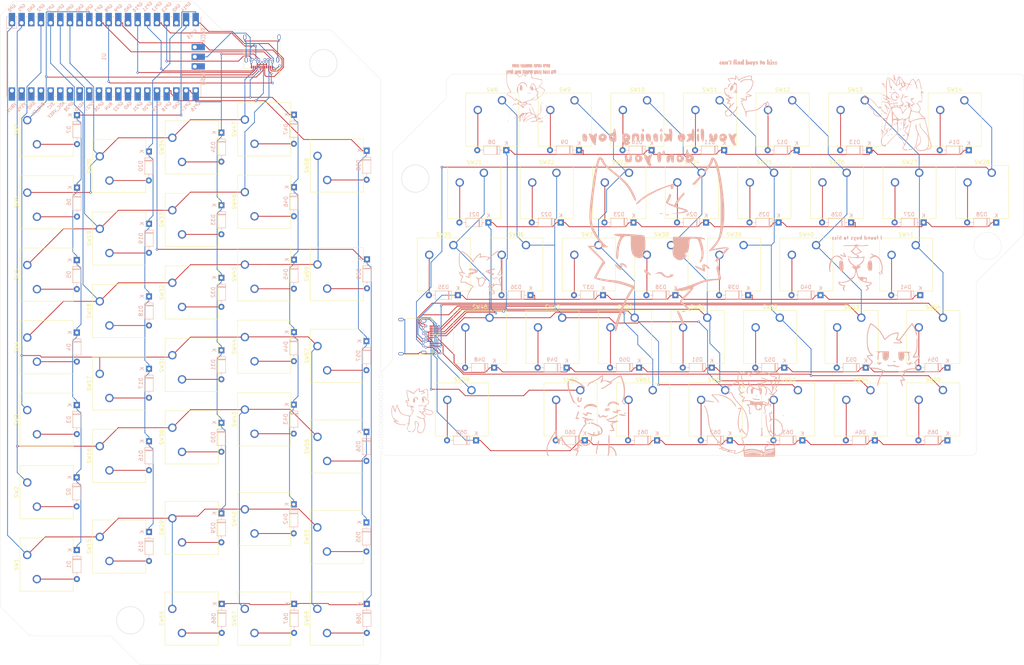
<source format=kicad_pcb>
(kicad_pcb (version 20240108) (generator "pcbnew") (generator_version "8.0")
  (layers (0 "F.Cu" signal) (31 "B.Cu" signal) (34 "B.Paste" user) (35 "F.Paste" user) (36 "B.SilkS" user "B.Silkscreen") (37 "F.SilkS" user "F.Silkscreen") (38 "B.Mask" user) (39 "F.Mask" user) (44 "Edge.Cuts" user))
  (net 0 "")
  (net 1 "Net-(D1-K)")
  (net 2 "Net-(D1-A)")
  (net 3 "Net-(D2-A)")
  (net 4 "Net-(D3-A)")
  (net 5 "Net-(D4-A)")
  (net 6 "Net-(D5-A)")
  (net 7 "Net-(D6-A)")
  (net 8 "Net-(D7-A)")
  (net 9 "Net-(D8-A)")
  (net 10 "Net-(D10-K)")
  (net 11 "Net-(D9-A)")
  (net 12 "Net-(D10-A)")
  (net 13 "Net-(D11-A)")
  (net 14 "Net-(D12-A)")
  (net 15 "Net-(D13-A)")
  (net 16 "Net-(D14-A)")
  (net 17 "Net-(D15-A)")
  (net 18 "Net-(D15-K)")
  (net 19 "Net-(D16-A)")
  (net 20 "Net-(D17-A)")
  (net 21 "Net-(D18-A)")
  (net 22 "Net-(D19-A)")
  (net 23 "Net-(D20-A)")
  (net 24 "Net-(D21-K)")
  (net 25 "Net-(D21-A)")
  (net 26 "Net-(D22-A)")
  (net 27 "Net-(D23-A)")
  (net 28 "Net-(D24-A)")
  (net 29 "Net-(D25-A)")
  (net 30 "Net-(D26-A)")
  (net 31 "Net-(D27-A)")
  (net 32 "Net-(D28-A)")
  (net 33 "Net-(D29-K)")
  (net 34 "Net-(D29-A)")
  (net 35 "Net-(D30-A)")
  (net 36 "Net-(D31-A)")
  (net 37 "Net-(D32-A)")
  (net 38 "Net-(D33-A)")
  (net 39 "Net-(D34-A)")
  (net 40 "Net-(D35-K)")
  (net 41 "Net-(D35-A)")
  (net 42 "Net-(D36-A)")
  (net 43 "Net-(D37-A)")
  (net 44 "Net-(D38-A)")
  (net 45 "Net-(D39-A)")
  (net 46 "Net-(D40-A)")
  (net 47 "Net-(D41-A)")
  (net 48 "Net-(D42-A)")
  (net 49 "Net-(D42-K)")
  (net 50 "Net-(D43-A)")
  (net 51 "Net-(D44-A)")
  (net 52 "Net-(D45-A)")
  (net 53 "Net-(D46-A)")
  (net 54 "Net-(D47-A)")
  (net 55 "Net-(D48-A)")
  (net 56 "Net-(D48-K)")
  (net 57 "Net-(D49-A)")
  (net 58 "Net-(D50-A)")
  (net 59 "Net-(D51-A)")
  (net 60 "Net-(D52-A)")
  (net 61 "Net-(D53-A)")
  (net 62 "Net-(D54-A)")
  (net 63 "Net-(D55-A)")
  (net 64 "Net-(D55-K)")
  (net 65 "Net-(D56-A)")
  (net 66 "Net-(D57-A)")
  (net 67 "Net-(D58-A)")
  (net 68 "Net-(D59-K)")
  (net 69 "Net-(D59-A)")
  (net 70 "Net-(D60-A)")
  (net 71 "Net-(D61-A)")
  (net 72 "Net-(D62-A)")
  (net 73 "Net-(D63-A)")
  (net 74 "Net-(D64-A)")
  (net 75 "Net-(D65-A)")
  (net 76 "Net-(D66-K)")
  (net 77 "Net-(D66-A)")
  (net 78 "Net-(D67-A)")
  (net 79 "Net-(D68-A)")
  (net 80 "Net-(D69-A)")
  (net 81 "GND")
  (net 83 "Net-(J1-RX2-)")
  (net 84 "Net-(J1-RX1-)")
  (net 85 "Net-(J1-RX1+)")
  (net 87 "Net-(J1-TX2+)")
  (net 88 "Net-(U1-GPIO6)")
  (net 89 "unconnected-(J1-SHIELD-PadS1)")
  (net 90 "Net-(J1-TX1-)")
  (net 91 "Net-(U1-GPIO5)")
  (net 92 "Net-(J1-RX2+)")
  (net 93 "Net-(J1-TX1+)")
  (net 94 "Net-(J1-TX2-)")
  (net 95 "Net-(J2-GND-PadA1)")
  (net 96 "unconnected-(J2-SHIELD-PadS1)")
  (net 98 "Net-(J2-TX2+)")
  (net 99 "Net-(J2-RX2-)")
  (net 100 "Net-(J2-RX2+)")
  (net 101 "Net-(J2-RX1-)")
  (net 102 "Net-(J2-TX1+)")
  (net 103 "Net-(J2-TX2-)")
  (net 104 "Net-(J2-TX1-)")
  (net 105 "Net-(J2-RX1+)")
  (net 106 "Net-(J2-D+-PadA6)")
  (net 108 "Net-(J2-D+-PadB6)")
  (net 109 "Net-(U1-GPIO0)")
  (net 110 "Net-(U1-GPIO1)")
  (net 111 "Net-(U1-GPIO2)")
  (net 112 "Net-(U1-GPIO3)")
  (footprint "Button_Switch_Keyboard:SW_Cherry_MX_1.00u_PCB" (layer "F.Cu") (at 55.79 149.34 90)
    (property "Reference" "SW29")
    (property "Value" "SW_Push")
  )
  (footprint "Button_Switch_Keyboard:SW_Cherry_MX_1.00u_PCB" (layer "F.Cu") (at 270.96 58.53)
    (property "Reference" "SW28")
    (property "Value" "SW_Push")
  )
  (footprint "Button_Switch_Keyboard:SW_Cherry_MX_1.00u_PCB" (layer "F.Cu") (at 156.65 58.55)
    (property "Reference" "SW22")
    (property "Value" "SW_Push")
  )
  (footprint "Button_Switch_Keyboard:SW_Cherry_MX_1.00u_PCB" (layer "F.Cu") (at 17.69 101.84 90)
    (property "Reference" "SW4")
    (property "Value" "SW_Push")
  )
  (footprint "Button_Switch_Keyboard:SW_Cherry_MX_1.00u_PCB" (layer "F.Cu") (at 36.73 130.4 90)
    (property "Reference" "SW16")
    (property "Value" "SW_Push")
  )
  (footprint "Button_Switch_Keyboard:SW_Cherry_MX_1.00u_PCB" (layer "F.Cu") (at 224.83 77.56)
    (property "Reference" "SW40")
    (property "Value" "SW_Push")
  )
  (footprint "Button_Switch_Keyboard:SW_Cherry_MX_1.00u_PCB" (layer "F.Cu") (at 36.73 54.23 90)
    (property "Reference" "SW20")
    (property "Value" "SW_Push")
  )
  (footprint "Button_Switch_Keyboard:SW_Cherry_MX_1.00u_PCB" (layer "F.Cu") (at 205.8 77.56)
    (property "Reference" "SW39")
    (property "Value" "SW_Push")
  )
  (footprint "Button_Switch_Keyboard:SW_Cherry_MX_1.00u_PCB" (layer "F.Cu") (at 129.6 77.56)
    (property "Reference" "SW35")
    (property "Value" "SW_Push")
  )
  (footprint "Button_Switch_Keyboard:SW_Cherry_MX_1.00u_PCB" (layer "F.Cu") (at 93.87 173.15 90)
    (property "Reference" "SW68")
    (property "Value" "SW_Push")
  )
  (footprint "Button_Switch_Keyboard:SW_Cherry_MX_1.00u_PCB" (layer "F.Cu") (at 36.73 73.28 90)
    (property "Reference" "SW19")
    (property "Value" "SW_Push")
  )
  (footprint "Button_Switch_Keyboard:SW_Cherry_MX_1.00u_PCB" (layer "F.Cu") (at 74.83 120.78 90)
    (property "Reference" "SW43")
    (property "Value" "SW_Push")
  )
  (footprint "Button_Switch_Keyboard:SW_Cherry_MX_1.00u_PCB" (layer "F.Cu") (at 139.09 96.63)
    (property "Reference" "SW48")
    (property "Value" "SW_Push")
  )
  (footprint "Button_Switch_Keyboard:SW_Cherry_MX_1.00u_PCB" (layer "F.Cu") (at 55.79 106.49 90)
    (property "Reference" "SW31")
    (property "Value" "SW_Push")
  )
  (footprint "Button_Switch_Keyboard:SW_Cherry_MX_1.00u_PCB" (layer "F.Cu") (at 55.77 173.15 90)
    (property "Reference" "SW66")
    (property "Value" "SW_Push")
  )
  (footprint "Button_Switch_Keyboard:SW_Cherry_MX_1.00u_PCB" (layer "F.Cu") (at 258.16 96.63)
    (property "Reference" "SW54")
    (property "Value" "SW_Push")
  )
  (footprint "Button_Switch_Keyboard:SW_Cherry_MX_1.00u_PCB" (layer "F.Cu") (at 200.99 115.68)
    (property "Reference" "SW62")
    (property "Value" "SW_Push")
  )
  (footprint "Button_Switch_Keyboard:SW_Cherry_MX_1.00u_PCB" (layer "F.Cu") (at 167.7 77.56)
    (property "Reference" "SW37")
    (property "Value" "SW_Push")
  )
  (footprint "Connector_USB:USB_C_Receptacle_Amphenol_12401548E4-2A" (layer "F.Cu") (at 118.67 101.61 -90)
    (property "Reference" "J2")
    (property "Value" "USB_C_Receptacle" (hide yes))
  )
  (footprint "Button_Switch_Keyboard:SW_Cherry_MX_1.00u_PCB" (layer "F.Cu") (at 55.79 68.39 90)
    (property "Reference" "SW33")
    (property "Value" "SW_Push")
  )
  (footprint "Button_Switch_Keyboard:SW_Cherry_MX_1.00u_PCB" (layer "F.Cu") (at 213.8 58.53)
    (property "Reference" "SW25")
    (property "Value" "SW_Push")
  )
  (footprint "Button_Switch_Keyboard:SW_Cherry_MX_1.00u_PCB" (layer "F.Cu") (at 55.79 87.45 90)
    (property "Reference" "SW32")
    (property "Value" "SW_Push")
  )
  (footprint "Button_Switch_Keyboard:SW_Cherry_MX_1.00u_PCB" (layer "F.Cu") (at 251.91 58.53)
    (property "Reference" "SW27")
    (property "Value" "SW_Push")
  )
  (footprint "Button_Switch_Keyboard:SW_Cherry_MX_1.00u_PCB" (layer "F.Cu") (at 17.69 44.71 90)
    (property "Reference" "SW7")
    (property "Value" "SW_Push")
  )
  (footprint "Button_Switch_Keyboard:SW_Cherry_MX_1.00u_PCB" (layer "F.Cu") (at 93.9 104.1 90)
    (property "Reference" "SW57")
    (property "Value" "SW_Push")
  )
  (footprint "Button_Switch_Keyboard:SW_Cherry_MX_1.00u_PCB" (layer "F.Cu") (at 175.71 58.55)
    (property "Reference" "SW23")
    (property "Value" "SW_Push")
  )
  (footprint "Button_Switch_Keyboard:SW_Cherry_MX_1.00u_PCB" (layer "F.Cu") (at 237.62 39.5)
    (property "Reference" "SW13")
    (property "Value" "SW_Push")
  )
  (footprint "Button_Switch_Keyboard:SW_Cherry_MX_1.00u_PCB" (layer "F.Cu") (at 74.83 63.63 90)
    (property "Reference" "SW46")
    (property "Value" "SW_Push")
  )
  (footprint "Button_Switch_Keyboard:SW_Cherry_MX_1.00u_PCB" (layer "F.Cu") (at 17.67 158.98 90)
    (property "Reference" "SW1")
    (property "Value" "SW_Push")
  )
  (footprint "Button_Switch_Keyboard:SW_Cherry_MX_1.00u_PCB" (layer "F.Cu") (at 93.91 54.09 90)
    (property "Reference" "SW58")
    (property "Value" "SW_Push")
  )
  (footprint "Button_Switch_Keyboard:SW_Cherry_MX_1.00u_PCB" (layer "F.Cu") (at 74.83 146.99 90)
    (property "Reference" "SW42")
    (property "Value" "SW_Push")
  )
  (footprint "Button_Switch_Keyboard:SW_Cherry_MX_1.00u_PCB" (layer "F.Cu") (at 196.26 96.63)
    (property "Reference" "SW51")
    (property "Value" "SW_Push")
  )
  (footprint "Button_Switch_Keyboard:SW_Cherry_MX_1.00u_PCB" (layer "F.Cu") (at 218.57 39.5)
    (property "Reference" "SW12")
    (property "Value" "SW_Push")
  )
  (footprint "Button_Switch_Keyboard:SW_Cherry_MX_1.00u_PCB" (layer "F.Cu") (at 220.06 115.68)
    (property "Reference" "SW63")
    (property "Value" "SW_Push")
  )
  (footprint "Button_Switch_Keyboard:SW_Cherry_MX_1.00u_PCB" (layer "F.Cu") (at 215.31 96.63)
    (property "Reference" "SW52")
    (property "Value" "SW_Push")
  )
  (footprint "Button_Switch_Keyboard:SW_Cherry_MX_1.00u_PCB" (layer "F.Cu") (at 162.91 115.68)
    (property "Reference" "SW60")
    (property "Value" "SW_Push")
  )
  (footprint "Button_Switch_Keyboard:SW_Cherry_MX_1.00u_PCB" (layer "F.Cu") (at 74.83 44.58 90)
    (property "Reference" "SW47")
    (property "Value" "SW_Push")
  )
  (footprint "Button_Switch_Keyboard:SW_Cherry_MX_1.00u_PCB" (layer "F.Cu") (at 36.73 92.33 90)
    (property "Reference" "SW18")
    (property "Value" "SW_Push")
  )
  (footprint "Button_Switch_Keyboard:SW_Cherry_MX_1.00u_PCB" (layer "F.Cu") (at 180.45 39.5)
    (property "Reference" "SW10")
    (property "Value" "SW_Push")
  )
  (footprint "Button_Switch_Keyboard:SW_Cherry_MX_1.00u_PCB" (layer "F.Cu") (at 17.69 82.79 90)
    (property "Reference" "SW5")
    (property "Value" "SW_Push")
  )
  (footprint "Button_Switch_Keyboard:SW_Cherry_MX_1.00u_PCB" (layer "F.Cu") (at 137.6 58.55)
    (property "Reference" "SW21")
    (property "Value" "SW_Push")
  )
  (footprint "Button_Switch_Keyboard:SW_Cherry_MX_1.00u_PCB" (layer "F.Cu") (at 142.35 39.5)
    (property "Reference" "SW8")
    (property "Value" "SW_Push")
  )
  (footprint "Button_Switch_Keyboard:SW_Cherry_MX_1.00u_PCB" (layer "F.Cu") (at 134.34 115.68)
    (property "Reference" "SW59")
    (property "Value" "SW_Push")
  )
  (footprint "Button_Switch_Keyboard:SW_Cherry_MX_1.00u_PCB" (layer "F.Cu") (at 181.94 115.68)
    (property "Reference" "SW61")
    (property "Value" "SW_Push")
  )
  (footprint "Button_Switch_Keyboard:SW_Cherry_MX_1.00u_PCB" (layer "F.Cu") (at 251.01 77.58)
    (property "Reference" "SW41")
    (property "Value" "SW_Push")
  )
  (footprint "Button_Switch_Keyboard:SW_Cherry_MX_1.00u_PCB" (layer "F.Cu") (at 93.86 151.74 90)
    (property "Reference" "SW55")
    (property "Value" "SW_Push")
  )
  (footprint "Button_Switch_Keyboard:SW_Cherry_MX_1.00u_PCB" (layer "F.Cu") (at 74.82 173.15 90)
    (property "Reference" "SW67")
    (property "Value" "SW_Push")
  )
  (footprint "Button_Switch_Keyboard:SW_Cherry_MX_1.00u_PCB" (layer "F.Cu") (at 74.83 82.68 90)
    (property "Reference" "SW45")
    (property "Value" "SW_Push")
  )
  (footprint "Button_Switch_Keyboard:SW_Cherry_MX_1.00u_PCB" (layer "F.Cu") (at 55.79 125.54 90)
    (property "Reference" "SW30")
    (property "Value" "SW_Push")
  )
  (footprint "Button_Switch_Keyboard:SW_Cherry_MX_1.00u_PCB" (layer "F.Cu") (at 17.69 63.76 90)
    (property "Reference" "SW6")
    (property "Value" "SW_Push")
  )
  (footprint "Button_Switch_Keyboard:SW_Cherry_MX_1.00u_PCB" (layer "F.Cu") (at 17.69 139.94 90)
    (property "Reference" "SW2")
    (property "Value" "SW_Push")
  )
  (footprint "Button_Switch_Keyboard:SW_Cherry_MX_1.00u_PCB" (layer "F.Cu") (at 194.76 58.53)
    (property "Reference" "SW24")
    (property "Value" "SW_Push")
  )
  (footprint "Button_Switch_Keyboard:SW_Cherry_MX_1.00u_PCB" (layer "F.Cu") (at 148.65 77.56)
    (property "Reference" "SW36")
    (property "Value" "SW_Push")
  )
  (footprint "Button_Switch_Keyboard:SW_Cherry_MX_1.00u_PCB" (layer "F.Cu") (at 199.5 39.5)
    (property "Reference" "SW11")
    (property "Value" "SW_Push")
  )
  (footprint "Button_Switch_Keyboard:SW_Cherry_MX_1.00u_PCB" (layer "F.Cu") (at 74.83 101.73 90)
    (property "Reference" "SW44")
    (property "Value" "SW_Push")
  )
  (footprint "Button_Switch_Keyboard:SW_Cherry_MX_1.00u_PCB" (layer "F.Cu") (at 17.69 120.91 90)
    (property "Reference" "SW3")
    (property "Value" "SW_Push")
  )
  (footprint "Button_Switch_Keyboard:SW_Cherry_MX_1.00u_PCB" (layer "F.Cu") (at 177.19 96.63)
    (property "Reference" "SW50")
    (property "Value" "SW_Push")
  )
  (footprint "Button_Switch_Keyboard:SW_Cherry_MX_1.00u_PCB" (layer "F.Cu") (at 258.15 115.66)
    (property "Reference" "SW65")
    (property "Value" "SW_Push")
  )
  (footprint "Button_Switch_Keyboard:SW_Cherry_MX_1.00u_PCB" (layer "F.Cu") (at 93.9 82.64 90)
    (property "Reference" "SW69")
    (property "Value" "SW_Push")
  )
  (footprint "Button_Switch_Keyboard:SW_Cherry_MX_1.00u_PCB" (layer "F.Cu") (at 93.9 127.94 90)
    (property "Reference" "SW56")
    (property "Value" "SW_Push")
  )
  (footprint "Button_Switch_Keyboard:SW_Cherry_MX_1.00u_PCB" (layer "F.Cu") (at 36.72 111.38 90)
    (property "Reference" "SW17")
    (property "Value" "SW_Push")
  )
  (footprint "Button_Switch_Keyboard:SW_Cherry_MX_1.00u_PCB" (layer "F.Cu") (at 161.4 39.5)
    (property "Reference" "SW9")
    (property "Value" "SW_Push")
  )
  (footprint "Button_Switch_Keyboard:SW_Cherry_MX_1.00u_PCB" (layer "F.Cu") (at 232.86 58.53)
    (property "Reference" "SW26")
    (property "Value" "SW_Push")
  )
  (footprint "Button_Switch_Keyboard:SW_Cherry_MX_1.00u_PCB" (layer "F.Cu") (at 36.73 154.23 90)
    (property "Reference" "SW15")
    (property "Value" "SW_Push")
  )
  (footprint "Connector_USB:USB_C_Receptacle_Amphenol_12401548E4-2A" (layer "F.Cu") (at 79.3 25.75 180)
    (property "Reference" "J1")
    (property "Value" "USB_C_Receptacle" (hide yes))
  )
  (footprint "Button_Switch_Keyboard:SW_Cherry_MX_1.00u_PCB" (layer "F.Cu") (at 263.78 39.5)
    (property "Reference" "SW14")
    (property "Value" "SW_Push")
  )
  (footprint "Button_Switch_Keyboard:SW_Cherry_MX_1.00u_PCB" (layer "F.Cu") (at 55.79 49.34 90)
    (property "Reference" "SW34")
    (property "Value" "SW_Push")
  )
  (footprint "Button_Switch_Keyboard:SW_Cherry_MX_1.00u_PCB" (layer "F.Cu") (at 158.16 96.63)
    (property "Reference" "SW49")
    (property "Value" "SW_Push")
  )
  (footprint "Button_Switch_Keyboard:SW_Cherry_MX_1.00u_PCB" (layer "F.Cu") (at 239.11 115.68)
    (property "Reference" "SW64")
    (property "Value" "SW_Push")
  )
  (footprint "Button_Switch_Keyboard:SW_Cherry_MX_1.00u_PCB" (layer "F.Cu") (at 236.71 96.63)
    (property "Reference" "SW53")
    (property "Value" "SW_Push")
  )
  (footprint "Button_Switch_Keyboard:SW_Cherry_MX_1.00u_PCB" (layer "F.Cu") (at 186.75 77.56)
    (property "Reference" "SW38")
    (property "Value" "SW_Push")
  )
  (footprint "Diode_THT:D_DO-35_SOD27_P7.62mm_Horizontal" (layer "B.Cu") (at 221.24 128.86 180)
    (property "Reference" "D63")
    (property "Value" "1N4148")
  )
  (footprint "Diode_THT:D_DO-35_SOD27_P7.62mm_Horizontal" (layer "B.Cu") (at 214.98 71.61 180)
    (property "Reference" "D25")
    (property "Value" "1N4148")
  )
  (footprint "Diode_THT:D_DO-35_SOD27_P7.62mm_Horizontal" (layer "B.Cu") (at 252.18 90.71 180)
    (property "Reference" "D41")
    (property "Value" "1N4148")
  )
  (footprint "Diode_THT:D_DO-35_SOD27_P7.62mm_Horizontal" (layer "B.Cu") (at 68.65 124.24 -90)
    (property "Reference" "D30")
    (property "Value" "1N4148")
  )
  (footprint "LOGO" (layer "B.Cu") (at 207.906492 121.00625 180)
    (property "Reference" "G***" (hide yes))
    (property "Value" "LOGO" (hide yes))
  )
  (footprint "Diode_THT:D_DO-35_SOD27_P7.62mm_Horizontal" (layer "B.Cu") (at 30.75 62.44 -90)
    (property "Reference" "D6")
    (property "Value" "1N4148")
  )
  (footprint "Diode_THT:D_DO-35_SOD27_P7.62mm_Horizontal" (layer "B.Cu") (at 202.18 128.86 180)
    (property "Reference" "D62")
    (property "Value" "1N4148")
  )
  (footprint "Diode_THT:D_DO-35_SOD27_P7.62mm_Horizontal" (layer "B.Cu") (at 238.78 52.61 180)
    (property "Reference" "D13")
    (property "Value" "1N4148")
  )
  (footprint "Diode_THT:D_DO-35_SOD27_P7.62mm_Horizontal" (layer "B.Cu") (at 183.08 128.86 180)
    (property "Reference" "D61")
    (property "Value" "1N4148")
  )
  (footprint "Diode_THT:D_DO-35_SOD27_P7.62mm_Horizontal" (layer "B.Cu") (at 68.65 148.04 -90)
    (property "Reference" "D29")
    (property "Value" "1N4148")
  )
  (footprint "Diode_THT:D_DO-35_SOD27_P7.62mm_Horizontal" (layer "B.Cu") (at 219.74 52.61 180)
    (property "Reference" "D12")
    (property "Value" "1N4148")
  )
  (footprint "Diode_THT:D_DO-35_SOD27_P7.62mm_Horizontal" (layer "B.Cu") (at 159.34 109.76 180)
    (property "Reference" "D49")
    (property "Value" "1N4148")
  )
  (footprint "Diode_THT:D_DO-35_SOD27_P7.62mm_Horizontal" (layer "B.Cu") (at 49.65 110.04 -90)
    (property "Reference" "D17")
    (property "Value" "1N4148")
  )
  (footprint "Diode_THT:D_DO-35_SOD27_P7.62mm_Horizontal" (layer "B.Cu") (at 200.68 52.61 180)
    (property "Reference" "D11")
    (property "Value" "1N4148")
  )
  (footprint "Diode_THT:D_DO-35_SOD27_P7.62mm_Horizontal" (layer "B.Cu") (at 135.54 128.86 180)
    (property "Reference" "D59")
    (property "Value" "1N4148")
  )
  (footprint "Diode_THT:D_DO-35_SOD27_P7.62mm_Horizontal" (layer "B.Cu") (at 237.88 109.76 180)
    (property "Reference" "D53")
    (property "Value" "1N4148")
  )
  (footprint "Diode_THT:D_DO-35_SOD27_P7.62mm_Horizontal" (layer "B.Cu") (at 49.6 52.94 -90)
    (property "Reference" "D20")
    (property "Value" "1N4148")
  )
  (footprint "Diode_THT:D_DO-35_SOD27_P7.62mm_Horizontal" (layer "B.Cu") (at 87.75 171.83 -90)
    (property "Reference" "D67")
    (property "Value" "1N4148")
  )
  (footprint "Diode_THT:D_DO-35_SOD27_P7.62mm_Horizontal" (layer "B.Cu") (at 143.48 52.61 180)
    (property "Reference" "D8")
    (property "Value" "1N4148")
  )
  (footprint "LOGO" (layer "B.Cu") (at 136.65 84.1 180)
    (property "Reference" "G***" (hide yes))
    (property "Value" "LOGO" (hide yes))
  )
  (footprint "Diode_THT:D_DO-35_SOD27_P7.62mm_Horizontal" (layer "B.Cu") (at 259.33 109.76 180)
    (property "Reference" "D54")
    (property "Value" "1N4148")
  )
  (footprint "Diode_THT:D_DO-35_SOD27_P7.62mm_Horizontal" (layer "B.Cu") (at 87.7 81.39 -90)
    (property "Reference" "D45")
    (property "Value" "1N4148")
  )
  (footprint "Diode_THT:D_DO-35_SOD27_P7.62mm_Horizontal" (layer "B.Cu") (at 68.65 67.09 -90)
    (property "Reference" "D33")
    (property "Value" "1N4148")
  )
  (footprint "LOGO" (layer "B.Cu") (at 246.5 42.8 180)
    (property "Reference" "G***" (hide yes))
    (property "Value" "LOGO" (hide yes))
  )
  (footprint "Diode_THT:D_DO-35_SOD27_P7.62mm_Horizontal" (layer "B.Cu") (at 187.89 90.71 180)
    (property "Reference" "D38")
    (property "Value" "1N4148")
  )
  (footprint "Diode_THT:D_DO-35_SOD27_P7.62mm_Horizontal" (layer "B.Cu") (at 234.03 71.61 180)
    (property "Reference" "D26")
    (property "Value" "1N4148")
  )
  (footprint "Diode_THT:D_DO-35_SOD27_P7.62mm_Horizontal" (layer "B.Cu") (at 253.08 71.61 180)
    (property "Reference" "D27")
    (property "Value" "1N4148")
  )
  (footprint "Diode_THT:D_DO-35_SOD27_P7.62mm_Horizontal" (layer "B.Cu") (at 138.79 71.61 180)
    (property "Reference" "D21")
    (property "Value" "1N4148")
  )
  (footprint "Diode_THT:D_DO-35_SOD27_P7.62mm_Horizontal" (layer "B.Cu") (at 106.9 81.29 -90)
    (property "Reference" "D69")
    (property "Value" "1N4148")
  )
  (footprint "Diode_THT:D_DO-35_SOD27_P7.62mm_Horizontal" (layer "B.Cu") (at 240.28 128.86 180)
    (property "Reference" "D64")
    (property "Value" "1N4148")
  )
  (footprint "LOGO" (layer "B.Cu") (at 245 106.25 180)
    (property "Reference" "G***" (hide yes))
    (property "Value" "LOGO" (hide yes))
  )
  (footprint "LOGO" (layer "B.Cu") (at 235.546631 82.040267 180)
    (property "Reference" "G***" (hide yes))
    (property "Value" "LOGO" (hide yes))
  )
  (footprint "Diode_THT:D_DO-35_SOD27_P7.62mm_Horizontal" (layer "B.Cu") (at 164.09 128.86 180)
    (property "Reference" "D60")
    (property "Value" "1N4148")
  )
  (footprint "Diode_THT:D_DO-35_SOD27_P7.62mm_Horizontal" (layer "B.Cu") (at 30.7 119.59 -90)
    (property "Reference" "D3")
    (property "Value" "1N4148")
  )
  (footprint "Diode_THT:D_DO-35_SOD27_P7.62mm_Horizontal" (layer "B.Cu") (at 87.7 62.34 -90)
    (property "Reference" "D46")
    (property "Value" "1N4148")
  )
  (footprint "Diode_THT:D_DO-35_SOD27_P7.62mm_Horizontal" (layer "B.Cu") (at 106.75 102.79 -90)
    (property "Reference" "D57")
    (property "Value" "1N4148")
  )
  (footprint "Diode_THT:D_DO-35_SOD27_P7.62mm_Horizontal" (layer "B.Cu") (at 68.65 86.14 -90)
    (property "Reference" "D32")
    (property "Value" "1N4148")
  )
  (footprint "Diode_THT:D_DO-35_SOD27_P7.62mm_Horizontal" (layer "B.Cu") (at 68.75 171.84 -90)
    (property "Reference" "D66")
    (property "Value" "1N4148")
  )
  (footprint "Diode_THT:D_DO-35_SOD27_P7.62mm_Horizontal" (layer "B.Cu") (at 162.58 52.61 180)
    (property "Reference" "D9")
    (property "Value" "1N4148")
  )
  (footprint "RPi_Pico:RPi_Pico_SMD_TH" (layer "B.Cu") (at 37.79 28.06 -90)
    (property "Reference" "U1")
    (property "Value" "Pico")
  )
  (footprint "Diode_THT:D_DO-35_SOD27_P7.62mm_Horizontal" (layer "B.Cu") (at 106.75 126.64 -90)
    (property "Reference" "D56")
    (property "Value" "1N4148")
  )
  (footprint "Diode_THT:D_DO-35_SOD27_P7.62mm_Horizontal" (layer "B.Cu") (at 176.89 71.61 180)
    (property "Reference" "D23")
    (property "Value" "1N4148")
  )
  (footprint "Diode_THT:D_DO-35_SOD27_P7.62mm_Horizontal" (layer "B.Cu") (at 157.79 71.61 180)
    (property "Reference" "D22")
    (property "Value" "1N4148")
  )
  (footprint "Diode_THT:D_DO-35_SOD27_P7.62mm_Horizontal" (layer "B.Cu") (at 264.93 52.61 180)
    (property "Reference" "D14")
    (property "Value" "1N4148")
  )
  (footprint "LOGO" (layer "B.Cu") (at 206.975403 36.257412 180)
    (property "Reference" "G***" (hide yes))
    (property "Value" "LOGO" (hide yes))
  )
  (footprint "Diode_THT:D_DO-35_SOD27_P7.62mm_Horizontal" (layer "B.Cu") (at 87.7 100.44 -90)
    (property "Reference" "D44")
    (property "Value" "1N4148")
  )
  (footprint "LOGO" (layer "B.Cu") (at 164.35 122.35 180)
    (property "Reference" "G***" (hide yes))
    (property "Value" "LOGO" (hide yes))
  )
  (footprint "Diode_THT:D_DO-35_SOD27_P7.62mm_Horizontal" (layer "B.Cu") (at 49.65 71.94 -90)
    (property "Reference" "D19")
    (property "Value" "1N4148")
  )
  (footprint "Diode_THT:D_DO-35_SOD27_P7.62mm_Horizontal" (layer "B.Cu") (at 197.44 109.76 180)
    (property "Reference" "D51")
    (property "Value" "1N4148")
  )
  (footprint "LOGO" (layer "B.Cu") (at 183.55 72.3 180)
    (property "Reference" "G***" (hide yes))
    (property "Value" "LOGO" (hide yes))
  )
  (footprint "Diode_THT:D_DO-35_SOD27_P7.62mm_Horizontal" (layer "B.Cu") (at 30.65 138.59 -90)
    (property "Reference" "D2")
    (property "Value" "1N4148")
  )
  (footprint "Diode_THT:D_DO-35_SOD27_P7.62mm_Horizontal" (layer "B.Cu") (at 272.13 71.61 180)
    (property "Reference" "D28")
    (property "Value" "1N4148")
  )
  (footprint "Diode_THT:D_DO-35_SOD27_P7.62mm_Horizontal" (layer "B.Cu") (at 49.65 129.09 -90)
    (property "Reference" "D16")
    (property "Value" "1N4148")
  )
  (footprint "Diode_THT:D_DO-35_SOD27_P7.62mm_Horizontal" (layer "B.Cu") (at 216.48 109.76 180)
    (property "Reference" "D52")
    (property "Value" "1N4148")
  )
  (footprint "Diode_THT:D_DO-35_SOD27_P7.62mm_Horizontal" (layer "B.Cu") (at 140.29 109.76 180)
    (property "Reference" "D48")
    (property "Value" "1N4148")
  )
  (footprint "Diode_THT:D_DO-35_SOD27_P7.62mm_Horizontal" (layer "B.Cu") (at 106.85 171.84 -90)
    (property "Reference" "D68")
    (property "Value" "1N4148")
  )
  (footprint "LOGO" (layer "B.Cu") (at 150.155833 37.6 180)
    (property "Reference" "G***" (hide yes))
    (property "Value" "LOGO" (hide yes))
  )
  (footprint "Diode_THT:D_DO-35_SOD27_P7.62mm_Horizontal" (layer "B.Cu") (at 30.7 100.54 -90)
    (property "Reference" "D4")
    (property "Value" "1N4148")
  )
  (footprint "Diode_THT:D_DO-35_SOD27_P7.62mm_Horizontal" (layer "B.Cu") (at 178.34 109.76 180)
    (property "Reference" "D50")
    (property "Value" "1N4148")
  )
  (footprint "Diode_THT:D_DO-35_SOD27_P7.62mm_Horizontal" (layer "B.Cu") (at 87.65 145.68 -90)
    (property "Reference" "D42")
    (property "Value" "1N4148")
  )
  (footprint "Diode_THT:D_DO-35_SOD27_P7.62mm_Horizontal" (layer "B.Cu") (at 68.65 105.19 -90)
    (property "Reference" "D31")
    (property "Value" "1N4148")
  )
  (footprint "Diode_THT:D_DO-35_SOD27_P7.62mm_Horizontal" (layer "B.Cu") (at 206.98 90.71 180)
    (property "Reference" "D39")
    (property "Value" "1N4148")
  )
  (footprint "LOGO" (layer "B.Cu") (at 119.6 121.05 180)
    (property "Reference" "G***" (hide yes))
    (property "Value" "LOGO" (hide yes))
  )
  (footprint "Diode_THT:D_DO-35_SOD27_P7.62mm_Horizontal" (layer "B.Cu") (at 68.65 47.99 -90)
    (property "Reference" "D34")
    (property "Value" "1N4148")
  )
  (footprint "Diode_THT:D_DO-35_SOD27_P7.62mm_Horizontal" (layer "B.Cu") (at 49.65 91.04 -90)
    (property "Reference" "D18")
    (property "Value" "1N4148")
  )
  (footprint "Diode_THT:D_DO-35_SOD27_P7.62mm_Horizontal" (layer "B.Cu") (at 181.63 52.61 180)
    (property "Reference" "D10")
    (property "Value" "1N4148")
  )
  (footprint "Diode_THT:D_DO-35_SOD27_P7.62mm_Horizontal" (layer "B.Cu") (at 195.94 71.61 180)
    (property "Reference" "D24")
    (property "Value" "1N4148")
  )
  (footprint "Diode_THT:D_DO-35_SOD27_P7.62mm_Horizontal" (layer "B.Cu") (at 225.99 90.71 180)
    (property "Reference" "D40")
    (property "Value" "1N4148")
  )
  (footprint "Diode_THT:D_DO-35_SOD27_P7.62mm_Horizontal" (layer "B.Cu") (at 30.7 157.69 -90)
    (property "Reference" "D1")
    (property "Value" "1N4148")
  )
  (footprint "Diode_THT:D_DO-35_SOD27_P7.62mm_Horizontal" (layer "B.Cu") (at 49.65 152.94 -90)
    (property "Reference" "D15")
    (property "Value" "1N4148")
  )
  (footprint "Diode_THT:D_DO-35_SOD27_P7.62mm_Horizontal" (layer "B.Cu") (at 30.7 81.49 -90)
    (property "Reference" "D5")
    (property "Value" "1N4148")
  )
  (footprint "Diode_THT:D_DO-35_SOD27_P7.62mm_Horizontal" (layer "B.Cu") (at 106.8 52.74 -90)
    (property "Reference" "D58")
    (property "Value" "1N4148")
  )
  (footprint "Diode_THT:D_DO-35_SOD27_P7.62mm_Horizontal" (layer "B.Cu") (at 130.78 90.71 180)
    (property "Reference" "D35")
    (property "Value" "1N4148")
  )
  (footprint "Diode_THT:D_DO-35_SOD27_P7.62mm_Horizontal" (layer "B.Cu") (at 30.75 43.39 -90)
    (property "Reference" "D7")
    (property "Value" "1N4148")
  )
  (footprint "Diode_THT:D_DO-35_SOD27_P7.62mm_Horizontal" (layer "B.Cu") (at 87.65 119.48 -90)
    (property "Reference" "D43")
    (property "Value" "1N4148")
  )
  (footprint "Diode_THT:D_DO-35_SOD27_P7.62mm_Horizontal" (layer "B.Cu") (at 149.84 90.71 180)
    (property "Reference" "D36")
    (property "Value" "1N4148")
  )
  (footprint "Diode_THT:D_DO-35_SOD27_P7.62mm_Horizontal" (layer "B.Cu") (at 106.75 150.44 -90)
    (property "Reference" "D55")
    (property "Value" "1N4148")
  )
  (footprint "Diode_THT:D_DO-35_SOD27_P7.62mm_Horizontal" (layer "B.Cu") (at 168.88 90.71 180)
    (property "Reference" "D37")
    (property "Value" "1N4148")
  )
  (footprint "Diode_THT:D_DO-35_SOD27_P7.62mm_Horizontal" (layer "B.Cu") (at 87.7 43.29 -90)
    (property "Reference" "D47")
    (property "Value" "1N4148")
  )
  (footprint "Diode_THT:D_DO-35_SOD27_P7.62mm_Horizontal" (layer "B.Cu") (at 259.33 128.86 180)
    (property "Reference" "D65")
    (property "Value" "1N4148")
  )
  (gr_circle (center 110.6 112.05) (end 110.6 111.55) (stroke (width 0.05)) (fill none) (layer "Edge.Cuts"))
  (gr_arc (start 113.661523 53.424214) (mid 113.73764 53.041529) (end 113.954416 52.717107) (stroke (width 0.05)) (layer "Edge.Cuts"))
  (gr_line (start 14.714214 13.45) (end 17.614207 13.45) (stroke (width 0.05)) (layer "Edge.Cuts"))
  (gr_arc (start 127.72 38.537309) (mid 127.643877 38.919991) (end 127.427107 39.244416) (stroke (width 0.05)) (layer "Edge.Cuts"))
  (gr_arc (start 39.1358 180.175) (mid 39.518472 180.251116) (end 39.842893 180.467893) (stroke (width 0.05)) (layer "Edge.Cuts"))
  (gr_line (start 69.214214 21) (end 97.035786 21) (stroke (width 0.05)) (layer "Edge.Cuts"))
  (gr_line (start 127.72 36.26) (end 127.72 38.537309) (stroke (width 0.05)) (layer "Edge.Cuts"))
  (gr_line (start 110.45 111.065737) (end 110.45 34.414214) (stroke (width 0.05)) (layer "Edge.Cuts"))
  (gr_circle (center 110.6 130.65) (end 110.6 131.15) (stroke (width 0.05)) (fill none) (layer "Edge.Cuts"))
  (gr_line (start 113.661523 107.06) (end 113.661523 107.395786) (stroke (width 0.05)) (layer "Edge.Cuts"))
  (gr_arc (start 111.82 132.76) (mid 111.112893 132.467107) (end 110.82 131.76) (stroke (width 0.05)) (layer "Edge.Cuts"))
  (gr_circle (center 110.6 127.75) (end 110.6 128.25) (stroke (width 0.05)) (fill none) (layer "Edge.Cuts"))
  (gr_circle (center 119.587833 60.062167) (end 123.187833 60.062167) (stroke (width 0.1)) (fill none) (layer "Edge.Cuts"))
  (gr_arc (start 128.9271 32.9529) (mid 129.251527 32.736127) (end 129.634214 32.66) (stroke (width 0.05)) (layer "Edge.Cuts"))
  (gr_line (start 267.166062 86.963938) (end 279.1301 74.9999) (stroke (width 0.05)) (layer "Edge.Cuts"))
  (gr_circle (center 110.6 113.65) (end 110.6 113.15) (stroke (width 0.05)) (fill none) (layer "Edge.Cuts"))
  (gr_arc (start 10.84295 172.79295) (mid 10.626125 172.468469) (end 10.55 172.085786) (stroke (width 0.05)) (layer "Edge.Cuts"))
  (gr_arc (start 97.035786 21) (mid 97.418469 21.07612) (end 97.742893 21.292893) (stroke (width 0.05)) (layer "Edge.Cuts"))
  (gr_line (start 113.36863 108.102893) (end 111.112893 110.35863) (stroke (width 0.05)) (layer "Edge.Cuts"))
  (gr_arc (start 279.42 74.2958) (mid 279.344695 74.676528) (end 279.1301 74.9999) (stroke (width 0.05)) (layer "Edge.Cuts"))
  (gr_line (start 128.9271 32.9529) (end 128.012893 33.867107) (stroke (width 0.05)) (layer "Edge.Cuts"))
  (gr_line (start 61.542893 13.742893) (end 68.507107 20.707107) (stroke (width 0.05)) (layer "Edge.Cuts"))
  (gr_arc (start 60.835786 13.45) (mid 61.218469 13.52612) (end 61.542893 13.742893) (stroke (width 0.05)) (layer "Edge.Cuts"))
  (gr_line (start 39.1358 180.175) (end 18.6392 180.175) (stroke (width 0.05)) (layer "Edge.Cuts"))
  (gr_circle (center 95.45 29.75) (end 99.05 29.75) (stroke (width 0.1)) (fill none) (layer "Edge.Cuts"))
  (gr_line (start 110.82 111.065737) (end 110.45 111.065737) (stroke (width 0.05)) (layer "Edge.Cuts"))
  (gr_circle (center 110.6 118.05) (end 110.6 117.55) (stroke (width 0.05)) (fill none) (layer "Edge.Cuts"))
  (gr_circle (center 110.6 116.6) (end 110.6 116.1) (stroke (width 0.05)) (fill none) (layer "Edge.Cuts"))
  (gr_line (start 110.157107 33.707107) (end 97.742893 21.292893) (stroke (width 0.05)) (layer "Edge.Cuts"))
  (gr_circle (center 110.6 126.35) (end 110.6 126.85) (stroke (width 0.05)) (fill none) (layer "Edge.Cuts"))
  (gr_line (start 113.661523 74.334978) (end 113.661523 53.424214) (stroke (width 0.05)) (layer "Edge.Cuts"))
  (gr_arc (start 69.214214 21) (mid 68.831531 20.92388) (end 68.507107 20.707107) (stroke (width 0.05)) (layer "Edge.Cuts"))
  (gr_circle (center 110.6 122.2) (end 110.6 122.7) (stroke (width 0.05)) (fill none) (layer "Edge.Cuts"))
  (gr_line (start 278.42 32.66) (end 129.634214 32.66) (stroke (width 0.05)) (layer "Edge.Cuts"))
  (gr_line (start 110.82 131.76) (end 110.45 131.76) (stroke (width 0.05)) (layer "Edge.Cuts"))
  (gr_arc (start 47.6392 187.85) (mid 47.256528 187.773884) (end 46.932107 187.557107) (stroke (width 0.05)) (layer "Edge.Cuts"))
  (gr_circle (center 269.9 77.8) (end 273.5 77.8) (stroke (width 0.05)) (fill none) (layer "Edge.Cuts"))
  (gr_arc (start 113.661523 107.395786) (mid 113.585403 107.778468) (end 113.36863 108.102893) (stroke (width 0.05)) (layer "Edge.Cuts"))
  (gr_arc (start 110.82 111.065737) (mid 110.896108 110.683046) (end 111.112893 110.35863) (stroke (width 0.05)) (layer "Edge.Cuts"))
  (gr_line (start 10.55 22.4642) (end 10.55 17.614214) (stroke (width 0.05)) (layer "Edge.Cuts"))
  (gr_arc (start 278.42 32.66) (mid 279.127107 32.952893) (end 279.42 33.66) (stroke (width 0.05)) (layer "Edge.Cuts"))
  (gr_line (start 127.72 36.26) (end 127.72 34.5742) (stroke (width 0.05)) (layer "Edge.Cuts"))
  (gr_line (start 279.42 74.2958) (end 279.42 33.66) (stroke (width 0.05)) (layer "Edge.Cuts"))
  (gr_arc (start 127.72 34.5742) (mid 127.796124 34.191527) (end 128.012893 33.867107) (stroke (width 0.05)) (layer "Edge.Cuts"))
  (gr_line (start 39.842893 180.467893) (end 46.932107 187.557107) (stroke (width 0.05)) (layer "Edge.Cuts"))
  (gr_line (start 266.87 131.76) (end 266.87 87.6742) (stroke (width 0.05)) (layer "Edge.Cuts"))
  (gr_line (start 111.82 132.76) (end 265.87 132.76) (stroke (width 0.05)) (layer "Edge.Cuts"))
  (gr_circle (center 110.6 120.85) (end 110.6 121.35) (stroke (width 0.05)) (fill none) (layer "Edge.Cuts"))
  (gr_line (start 10.84295 172.79295) (end 17.9351 179.8851) (stroke (width 0.05)) (layer "Edge.Cuts"))
  (gr_line (start 110.45 131.76) (end 110.45 186.85) (stroke (width 0.05)) (layer "Edge.Cuts"))
  (gr_line (start 10.55 22.4642) (end 10.55 172.085786) (stroke (width 0.05)) (layer "Edge.Cuts"))
  (gr_circle (center 110.6 115.15) (end 110.6 114.65) (stroke (width 0.05)) (fill none) (layer "Edge.Cuts"))
  (gr_circle (center 110.6 129.2) (end 110.6 129.7) (stroke (width 0.05)) (fill none) (layer "Edge.Cuts"))
  (gr_arc (start 266.87 87.6742) (mid 266.946972 87.289446) (end 267.166062 86.963938) (stroke (width 0.05)) (layer "Edge.Cuts"))
  (gr_arc (start 266.87 131.76) (mid 266.577107 132.467107) (end 265.87 132.76) (stroke (width 0.05)) (layer "Edge.Cuts"))
  (gr_circle (center 44.75 176.15) (end 48.35 176.15) (stroke (width 0.1)) (fill none) (layer "Edge.Cuts"))
  (gr_line (start 47.6392 187.85) (end 109.45 187.85) (stroke (width 0.05)) (layer "Edge.Cuts"))
  (gr_line (start 113.661523 107.06) (end 113.661523 74.334978) (stroke (width 0.05)) (layer "Edge.Cuts"))
  (gr_arc (start 14.007107 13.742893) (mid 14.33153 13.52612) (end 14.714214 13.45) (stroke (width 0.05)) (layer "Edge.Cuts"))
  (gr_line (start 10.842893 16.907107) (end 14.007107 13.742893) (stroke (width 0.05)) (layer "Edge.Cuts"))
  (gr_arc (start 110.157107 33.707107) (mid 110.373875 34.031531) (end 110.45 34.414214) (stroke (width 0.05)) (layer "Edge.Cuts"))
  (gr_arc (start 18.6392 180.175) (mid 18.256531 180.09888) (end 17.9351 179.8851) (stroke (width 0.05)) (layer "Edge.Cuts"))
  (gr_line (start 113.954416 52.717107) (end 127.427107 39.244416) (stroke (width 0.05)) (layer "Edge.Cuts"))
  (gr_arc (start 110.45 186.85) (mid 110.157107 187.557107) (end 109.45 187.85) (stroke (width 0.05)) (layer "Edge.Cuts"))
  (gr_line (start 60.835786 13.45) (end 17.614207 13.45) (stroke (width 0.05)) (layer "Edge.Cuts"))
  (gr_circle (center 110.6 123.646704) (end 110.6 124.146704) (stroke (width 0.05)) (fill none) (layer "Edge.Cuts"))
  (gr_circle (center 110.6 124.990098) (end 110.6 125.490098) (stroke (width 0.05)) (fill none) (layer "Edge.Cuts"))
  (gr_circle (center 110.6 119.45) (end 110.6 118.95) (stroke (width 0.05)) (fill none) (layer "Edge.Cuts"))
  (gr_arc (start 10.55 17.614214) (mid 10.62612 17.231531) (end 10.842893 16.907107) (stroke (width 0.05)) (layer "Edge.Cuts"))
  (segment (start 76.8472 32.808) (end 58.082 32.808) (width 0.2) (layer "F.Cu") (net 1))
  (segment (start 80.55 30.1183) (end 80.5157 30.1183) (width 0.2) (layer "F.Cu") (net 1))
  (segment (start 78.05 30.1183) (end 78.05 30.77) (width 0.2) (layer "F.Cu") (net 1))
  (segment (start 78.05 31.6052) (end 76.8472 32.808) (width 0.2) (layer "F.Cu") (net 1))
  (segment (start 78.1 30.1026) (end 78.0843 30.1183) (width 0.2) (layer "F.Cu") (net 1))
  (segment (start 80.5 29.46) (end 80.5 30.1026) (width 0.2) (layer "F.Cu") (net 1))
  (segment (start 78.1 29.46) (end 78.1 30.1026) (width 0.2) (layer "F.Cu") (net 1))
  (segment (start 78.1 30.1026) (end 80.5 30.1026) (width 0.2) (layer "F.Cu") (net 1))
  (segment (start 80.55 30.77) (end 80.55 30.1183) (width 0.2) (layer "F.Cu") (net 1))
  (segment (start 78.05 30.77) (end 78.05 31.6052) (width 0.2) (layer "F.Cu") (net 1))
  (segment (start 30.75 43.39) (end 58.082 43.39) (width 0.2) (layer "F.Cu") (net 1))
  (segment (start 78.0843 30.1183) (end 78.05 30.1183) (width 0.2) (layer "F.Cu") (net 1))
  (segment (start 80.5157 30.1183) (end 80.5 30.1026) (width 0.2) (layer "F.Cu") (net 1))
  (via (at 58.082 32.808) (size 0.6) (drill 0.3) (layers "F.Cu" "B.Cu") (net 1))
  (via (at 58.082 43.39) (size 0.6) (drill 0.3) (layers "F.Cu" "B.Cu") (net 1))
  (segment (start 30.7 120.692) (end 31.8017 121.793) (width 0.2) (layer "B.Cu") (net 1))
  (segment (start 58.0821 21.6196) (end 58.0821 32.808) (width 0.2) (layer "B.Cu") (net 1))
  (segment (start 30.7 80.3883) (end 30.7 81.49) (width 0.2) (layer "B.Cu") (net 1))
  (segment (start 31.8517 60.2366) (end 30.75 61.3383) (width 0.2) (layer "B.Cu") (net 1))
  (segment (start 31.8017 83.6934) (end 31.8017 98.3366) (width 0.2) (layer "B.Cu") (net 1))
  (segment (start 31.7517 140.793) (end 30.65 139.692) (width 0.2) (layer "B.Cu") (net 1))
  (segment (start 31.8017 121.793) (end 31.8017 136.337) (width 0.2) (layer "B.Cu") (net 1))
  (segment (start 30.7 119.59) (end 30.7 120.692) (width 0.2) (layer "B.Cu") (net 1))
  (segment (start 31.8017 98.3366) (end 30.7 99.4383) (width 0.2) (layer "B.Cu") (net 1))
  (segment (start 30.7 156.588) (end 31.7517 155.537) (width 0.2) (layer "B.Cu") (net 1))
  (segment (start 58.0821 32.808) (end 58.082 32.808) (width 0.2) (layer "B.Cu") (net 1))
  (segment (start 30.65 139.692) (end 30.65 138.59) (width 0.2) (layer "B.Cu") (net 1))
  (segment (start 30.7 157.69) (end 30.7 156.588) (width 0.2) (layer "B.Cu") (net 1))
  (segment (start 30.7 101.642) (end 30.7 100.54) (width 0.2) (layer "B.Cu") (net 1))
  (segment (start 31.8017 136.337) (end 30.65 137.488) (width 0.2) (layer "B.Cu") (net 1))
  (segment (start 30.75 63.5417) (end 29.6483 64.6434) (width 0.2) (layer "B.Cu") (net 1))
  (segment (start 30.7 99.4383) (end 30.7 100.54) (width 0.2) (layer "B.Cu") (net 1))
  (segment (start 30.7 119.59) (end 30.7 118.488) (width 0.2) (layer "B.Cu") (net 1))
  (segment (start 58.082 43.39) (end 58.082 32.808) (width 0.2) (layer "B.Cu") (net 1))
  (segment (start 30.7 118.488) (end 29.5983 117.387) (width 0.2) (layer "B.Cu") (net 1))
  (segment (start 31.7517 155.537) (end 31.7517 140.793) (width 0.2) (layer "B.Cu") (net 1))
  (segment (start 31.8517 45.5934) (end 31.8517 60.2366) (width 0.2) (layer "B.Cu") (net 1))
  (segment (start 30.75 44.4917) (end 31.8517 45.5934) (width 0.2) (layer "B.Cu") (net 1))
  (segment (start 59.38 20.3217) (end 58.0821 21.6196) (width 0.2) (layer "B.Cu") (net 1))
  (segment (start 29.6483 64.6434) (end 29.6483 79.3366) (width 0.2) (layer "B.Cu") (net 1))
  (segment (start 30.7 82.5917) (end 31.8017 83.6934) (width 0.2) (layer "B.Cu") (net 1))
  (segment (start 30.65 137.488) (end 30.65 138.59) (width 0.2) (layer "B.Cu") (net 1))
  (segment (start 30.75 61.3383) (end 30.75 62.44) (width 0.2) (layer "B.Cu") (net 1))
  (segment (start 30.75 62.44) (end 30.75 63.5417) (width 0.2) (layer "B.Cu") (net 1))
  (segment (start 29.5983 102.743) (end 30.7 101.642) (width 0.2) (layer "B.Cu") (net 1))
  (segment (start 29.5983 117.387) (end 29.5983 102.743) (width 0.2) (layer "B.Cu") (net 1))
  (segment (start 29.6483 79.3366) (end 30.7 80.3883) (width 0.2) (layer "B.Cu") (net 1))
  (segment (start 30.75 43.39) (end 30.75 44.4917) (width 0.2) (layer "B.Cu") (net 1))
  (segment (start 59.38 19.17) (end 59.38 20.3217) (width 0.2) (layer "B.Cu") (net 1))
  (segment (start 30.7 81.49) (end 30.7 82.5917) (width 0.2) (layer "B.Cu") (net 1))
  (segment (start 30.68 165.33) (end 30.7 165.31) (width 0.2) (layer "F.Cu") (net 2))
  (segment (start 20.21 165.33) (end 30.68 165.33) (width 0.2) (layer "F.Cu") (net 2))
  (segment (start 20.23 146.29) (end 30.57 146.29) (width 0.2) (layer "F.Cu") (net 3))
  (segment (start 30.57 146.29) (end 30.65 146.21) (width 0.2) (layer "F.Cu") (net 3))
  (segment (start 20.23 127.26) (end 30.65 127.26) (width 0.2) (layer "F.Cu") (net 4))
  (segment (start 30.65 127.26) (end 30.7 127.21) (width 0.2) (layer "F.Cu") (net 4))
  (segment (start 20.23 108.19) (end 30.67 108.19) (width 0.2) (layer "F.Cu") (net 5))
  (segment (start 30.67 108.19) (end 30.7 108.16) (width 0.2) (layer "F.Cu") (net 5))
  (segment (start 30.67 89.14) (end 30.7 89.11) (width 0.2) (layer "F.Cu") (net 6))
  (segment (start 20.23 89.14) (end 30.67 89.14) (width 0.2) (layer "F.Cu") (net 6))
  (segment (start 20.23 70.11) (end 30.7 70.11) (width 0.2) (layer "F.Cu") (net 7))
  (segment (start 30.7 70.11) (end 30.75 70.06) (width 0.2) (layer "F.Cu") (net 7))
  (segment (start 20.23 51.06) (end 30.7 51.06) (width 0.2) (layer "F.Cu") (net 8))
  (segment (start 30.7 51.06) (end 30.75 51.01) (width 0.2) (layer "F.Cu") (net 8))
  (segment (start 136 42.04) (end 136 52.47) (width 0.2) (layer "F.Cu") (net 9))
  (segment (start 136 52.47) (end 135.86 52.61) (width 0.2) (layer "F.Cu") (net 9))
  (segment (start 200.129 52.61) (end 201.231 53.7117) (width 0.2) (layer "F.Cu") (net 10))
  (segment (start 263.828 52.61) (end 262.727 53.7117) (width 0.2) (layer "F.Cu") (net 10))
  (segment (start 218.638 52.61) (end 219.189 52.61) (width 0.2) (layer "F.Cu") (net 10))
  (segment (start 163.682 52.61) (end 162.58 52.61) (width 0.2) (layer "F.Cu") (net 10))
  (segment (start 262.727 53.7117) (end 240.983 53.7117) (width 0.2) (layer "F.Cu") (net 10))
  (segment (start 179.427 53.7117) (end 163.682 53.7117) (width 0.2) (layer "F.Cu") (net 10))
  (segment (start 238.78 52.61) (end 239.882 52.61) (width 0.2) (layer "F.Cu") (net 10))
  (segment (start 163.682 53.7117) (end 145.683 53.7117) (width 0.2) (layer "F.Cu") (net 10))
  (segment (start 217.537 53.7117) (end 218.638 52.61) (width 0.2) (layer "F.Cu") (net 10))
  (segment (start 201.231 53.7117) (end 217.537 53.7117) (width 0.2) (layer "F.Cu") (net 10))
  (segment (start 123.69 100.36) (end 123.038 100.36) (width 0.2) (layer "F.Cu") (net 10))
  (segment (start 219.189 52.61) (end 220.316 53.7372) (width 0.2) (layer "F.Cu") (net 10))
  (segment (start 142.549 94.8257) (end 132.723 94.8257) (width 0.2) (layer "F.Cu") (net 10))
  (segment (start 200.68 52.61) (end 200.129 52.61) (width 0.2) (layer "F.Cu") (net 10))
  (segment (start 132.723 94.8257) (end 127.189 100.36) (width 0.2) (layer "F.Cu") (net 10))
  (segment (start 123.038 102.86) (end 123.038 102.826) (width 0.2) (layer "F.Cu") (net 10))
  (segment (start 199.578 52.61) (end 200.129 52.61) (width 0.2) (layer "F.Cu") (net 10))
  (segment (start 240.983 53.7117) (end 239.882 52.61) (width 0.2) (layer "F.Cu") (net 10))
  (segment (start 122.38 102.81) (end 123.023 102.81) (width 0.2) (layer "F.Cu") (net 10))
  (segment (start 238.754 53.7372) (end 239.882 52.61) (width 0.2) (layer "F.Cu") (net 10))
  (segment (start 182.181 53.7117) (end 198.477 53.7117) (width 0.2) (layer "F.Cu") (net 10))
  (segment (start 122.38 100.41) (end 123.023 100.41) (width 0.2) (layer "F.Cu") (net 10))
  (segment (start 180.528 52.61) (end 179.427 53.7117) (width 0.2) (layer "F.Cu") (net 10))
  (segment (start 181.079 52.61) (end 180.528 52.61) (width 0.2) (layer "F.Cu") (net 10))
  (segment (start 144.582 52.61) (end 143.48 52.61) (width 0.2) (layer "F.Cu") (net 10))
  (segment (start 145.683 53.7117) (end 144.582 52.61) (width 0.2) (layer "F.Cu") (net 10))
  (segment (start 123.023 102.81) (end 123.023 100.41) (width 0.2) (layer "F.Cu") (net 10))
  (segment (start 220.316 53.7372) (end 238.754 53.7372) (width 0.2) (layer "F.Cu") (net 10))
  (segment (start 123.038 102.826) (end 123.023 102.81) (width 0.2) (layer "F.Cu") (net 10))
  (segment (start 264.93 52.61) (end 263.828 52.61) (width 0.2) (layer "F.Cu") (net 10))
  (segment (start 142.768 95.0447) (end 142.549 94.8257) (width 0.2) (layer "F.Cu") (net 10))
  (segment (start 198.477 53.7117) (end 199.578 52.61) (width 0.2) (layer "F.Cu") (net 10))
  (segment (start 163.682 53.7117) (end 163.682 52.61) (width 0.2) (layer "F.Cu") (net 10))
  (segment (start 123.038 100.36) (end 123.038 100.394) (width 0.2) (layer "F.Cu") (net 10))
  (segment (start 219.74 52.61) (end 219.189 52.61) (width 0.2) (layer "F.Cu") (net 10))
  (segment (start 123.69 102.86) (end 123.038 102.86) (width 0.2) (layer "F.Cu") (net 10))
  (segment (start 127.189 100.36) (end 123.69 100.36) (width 0.2) (layer "F.Cu") (net 10))
  (segment (start 181.63 52.61) (end 181.079 52.61) (width 0.2) (layer "F.Cu") (net 10))
  (segment (start 123.038 100.394) (end 123.023 100.41) (width 0.2) (layer "F.Cu") (net 10))
  (segment (start 181.079 52.61) (end 182.181 53.7117) (width 0.2) (layer "F.Cu") (net 10))
  (via (at 142.768 95.0447) (size 0.6) (drill 0.3) (layers "F.Cu" "B.Cu") (net 10))
  (segment (start 143.48 53.7117) (end 143.747 53.9788) (width 0.2) (layer "B.Cu") (net 10))
  (segment (start 143.48 52.61) (end 143.48 53.7117) (width 0.2) (layer "B.Cu") (net 10))
  (segment (start 143.492 81.3329) (end 143.492 94.3214) (width 0.2) (layer "B.Cu") (net 10))
  (segment (start 143.747 81.0775) (end 143.492 81.3329) (width 0.2) (layer "B.Cu") (net 10))
  (segment (start 143.492 94.3214) (end 142.768 95.0447) (width 0.2) (layer "B.Cu") (net 10))
  (segment (start 143.747 53.9788) (end 143.747 81.0775) (width 0.2) (layer "B.Cu") (net 10))
  (segment (start 155.05 52.52) (end 154.96 52.61) (width 0.2) (layer "F.Cu") (net 11))
  (segment (start 155.05 42.04) (end 155.05 52.52) (width 0.2) (layer "F.Cu") (net 11))
  (segment (start 174.1 52.52) (end 174.01 52.61) (width 0.2) (layer "F.Cu") (net 12))
  (segment (start 174.1 42.04) (end 174.1 52.52) (width 0.2) (layer "F.Cu") (net 12))
  (segment (start 193.15 52.52) (end 193.06 52.61) (width 0.2) (layer "F.Cu") (net 13))
  (segment (start 193.15 42.04) (end 193.15 52.52) (width 0.2) (layer "F.Cu") (net 13))
  (segment (start 212.22 42.04) (end 212.22 52.51) (width 0.2) (layer "F.Cu") (net 14))
  (segment (start 212.22 52.51) (end 212.12 52.61) (width 0.2) (layer "F.Cu") (net 14))
  (segment (start 231.27 42.04) (end 231.27 52.5) (width 0.2) (layer "F.Cu") (net 15))
  (segment (start 231.27 52.5) (end 231.16 52.61) (width 0.2) (layer "F.Cu") (net 15))
  (segment (start 257.43 52.49) (end 257.31 52.61) (width 0.2) (layer "F.Cu") (net 16))
  (segment (start 257.43 42.04) (end 257.43 52.49) (width 0.2) (layer "F.Cu") (net 16))
  (segment (start 39.27 160.58) (end 49.63 160.58) (width 0.2) (layer "F.Cu") (net 17))
  (segment (start 49.63 160.58) (end 49.65 160.56) (width 0.2) (layer "F.Cu") (net 17))
  (segment (start 80.05 32.9) (end 80.4 33.25) (width 0.2) (layer "F.Cu") (net 18))
  (segment (start 81.0505 24.5922) (end 74.7239 24.5922) (width 0.2) (layer "F.Cu") (net 18))
  (segment (start 74.7239 24.5922) (end 71.5317 21.4) (width 0.2) (layer "F.Cu") (net 18))
  (segment (start 80.05 30.77) (end 80.05 32.9) (width 0.2) (layer "F.Cu") (net 18))
  (segment (start 80.4 33.25) (end 82.5559 33.25) (width 0.2) (layer "F.Cu") (net 18))
  (segment (start 63.0717 19.17) (end 61.92 19.17) (width 0.2) (layer "F.Cu") (net 18))
  (segment (start 65.3017 21.4) (end 63.0717 19.17) (width 0.2) (layer "F.Cu") (net 18))
  (segment (start 84.9986 28.5403) (end 81.0505 24.5922) (width 0.2) (layer "F.Cu") (net 18))
  (segment (start 82.5559 33.25) (end 84.9986 30.8073) (width 0.2) (layer "F.Cu") (net 18))
  (segment (start 84.9986 30.8073) (end 84.9986 28.5403) (width 0.2) (layer "F.Cu") (net 18))
  (segment (start 71.5317 21.4) (end 65.3017 21.4) (width 0.2) (layer "F.Cu") (net 18))
  (segment (start 58.2283 16.3888) (end 58.3988 16.2183) (width 0.2) (layer "B.Cu") (net 18))
  (segment (start 49.65 70.8383) (end 50.7198 69.7685) (width 0.2) (layer "B.Cu") (net 18))
  (segment (start 48.5483 88.8366) (end 48.5483 74.1434) (width 0.2) (layer "B.Cu") (net 18))
  (segment (start 49.65 108.938) (end 48.5483 107.837) (width 0.2) (layer "B.Cu") (net 18))
  (segment (start 48.5483 74.1434) (end 49.65 73.0417) (width 0.2) (layer "B.Cu") (net 18))
  (segment (start 58.2283 20.2704) (end 58.2283 16.3888) (width 0.2) (layer "B.Cu") (net 18))
  (segment (start 55.1295 23.3692) (end 58.2283 20.2704) (width 0.2) (layer "B.Cu") (net 18))
  (segment (start 50.7198 69.7685) (end 50.7198 55.1615) (width 0.2) (layer "B.Cu") (net 18))
  (segment (start 49.65 110.04) (end 49.65 111.142) (width 0.2) (layer "B.Cu") (net 18))
  (segment (start 48.5483 126.887) (end 49.65 127.988) (width 0.2) (layer "B.Cu") (net 18))
  (segment (start 48.5483 107.837) (end 48.5483 93.2434) (width 0.2) (layer "B.Cu") (net 18))
  (segment (start 49.65 110.04) (end 49.65 108.938) (width 0.2) (layer "B.Cu") (net 18))
  (segment (start 49.65 91.04) (end 49.65 89.9383) (width 0.2) (layer "B.Cu") (net 18))
  (segment (start 49.65 71.94) (end 49.65 70.8383) (width 0.2) (layer "B.Cu") (net 18))
  (segment (start 55.1295 29.8232) (end 55.1295 23.3692) (width 0.2) (layer "B.Cu") (net 18))
  (segment (start 49.65 127.988) (end 49.65 129.09) (width 0.2) (layer "B.Cu") (net 18))
  (segment (start 50.7517 131.293) (end 49.65 130.192) (width 0.2) (layer "B.Cu") (net 18))
  (segment (start 49.65 152.94) (end 49.65 151.838) (width 0.2) (layer "B.Cu") (net 18))
  (segment (start 49.6 54.0417) (end 49.6 52.94) (width 0.2) (layer "B.Cu") (net 18))
  (segment (start 49.65 92.1417) (end 49.65 91.04) (width 0.2) (layer "B.Cu") (net 18))
  (segment (start 50.7198 55.1615) (end 49.6 54.0417) (width 0.2) (layer "B.Cu") (net 18))
  (segment (start 49.65 89.9383) (end 48.5483 88.8366) (width 0.2) (layer "B.Cu") (net 18))
  (segment (start 50.6083 34.3444) (end 55.1295 29.8232) (width 0.2) (layer "B.Cu") (net 18))
  (segment (start 49.65 151.838) (end 50.7517 150.737) (width 0.2) (layer "B.Cu") (net 18))
  (segment (start 50.7517 150.737) (end 50.7517 131.293) (width 0.2) (layer "B.Cu") (net 18))
  (segment (start 49.6 52.94) (end 49.6 51.8383) (width 0.2) (layer "B.Cu") (net 18))
  (segment (start 49.65 111.142) (end 48.5483 112.243) (width 0.2) (layer "B.Cu") (net 18))
  (segment (start 48.5483 93.2434) (end 49.65 92.1417) (width 0.2) (layer "B.Cu") (net 18))
  (segment (start 49.6 51.8383) (end 50.6083 50.83) (width 0.2) (layer "B.Cu") (net 18))
  (segment (start 50.6083 50.83) (end 50.6083 34.3444) (width 0.2) (layer "B.Cu") (net 18))
  (segment (start 49.65 130.192) (end 49.65 129.09) (width 0.2) (layer "B.Cu") (net 18))
  (segment (start 61.92 16.2183) (end 61.92 19.17) (width 0.2) (layer "B.Cu") (net 18))
  (segment (start 49.65 73.0417) (end 49.65 71.94) (width 0.2) (layer "B.Cu") (net 18))
  (segment (start 58.3988 16.2183) (end 61.92 16.2183) (width 0.2) (layer "B.Cu") (net 18))
  (segment (start 48.5483 112.243) (end 48.5483 126.887) (width 0.2) (layer "B.Cu") (net 18))
  (segment (start 49.61 136.75) (end 49.65 136.71) (width 0.2) (layer "F.Cu") (net 19))
  (segment (start 39.27 136.75) (end 49.61 136.75) (width 0.2) (layer "F.Cu") (net 19))
  (segment (start 39.26 117.73) (end 49.58 117.73) (width 0.2) (layer "F.Cu") (net 20))
  (segment (start 49.58 117.73) (end 49.65 117.66) (width 0.2) (layer "F.Cu") (net 20))
  (segment (start 49.63 98.68) (end 49.65 98.66) (width 0.2) (layer "F.Cu") (net 21))
  (segment (start 39.27 98.68) (end 49.63 98.68) (width 0.2) (layer "F.Cu") (net 21))
  (segment (start 49.58 79.63) (end 49.65 79.56) (width 0.2) (layer "F.Cu") (net 22))
  (segment (start 39.27 79.63) (end 49.58 79.63) (width 0.2) (layer "F.Cu") (net 22))
  (segment (start 39.27 60.58) (end 49.58 60.58) (width 0.2) (layer "F.Cu") (net 23))
  (segment (start 49.58 60.58) (end 49.6 60.56) (width 0.2) (layer "F.Cu") (net 23))
  (segment (start 235.132 72.7117) (end 217.183 72.7117) (width 0.2) (layer "F.Cu") (net 24))
  (segment (start 212.777 72.7117) (end 198.143 72.7117) (width 0.2) (layer "F.Cu") (net 24))
  (segment (start 235.132 72.7117) (end 235.132 71.61) (width 0.2) (layer "F.Cu") (net 24))
  (segment (start 174.687 72.7117) (end 175.788 71.61) (width 0.2) (layer "F.Cu") (net 24))
  (segment (start 177.992 71.61) (end 176.89 71.61) (width 0.2) (layer "F.Cu") (net 24))
  (segment (start 217.183 72.7117) (end 216.082 71.61) (width 0.2) (layer "F.Cu") (net 24))
  (segment (start 254.182 71.61) (end 253.631 71.61) (width 0.2) (layer "F.Cu") (net 24))
  (segment (start 255.283 72.7117) (end 254.182 71.61) (width 0.2) (layer "F.Cu") (net 24))
  (segment (start 193.737 72.7117) (end 179.093 72.7117) (width 0.2) (layer "F.Cu") (net 24))
  (segment (start 157.79 71.61) (end 158.892 71.61) (width 0.2) (layer "F.Cu") (net 24))
  (segment (start 194.838 71.61) (end 193.737 72.7117) (width 0.2) (layer "F.Cu") (net 24))
  (segment (start 216.082 71.61) (end 214.98 71.61) (width 0.2) (layer "F.Cu") (net 24))
  (segment (start 197.042 71.61) (end 195.94 71.61) (width 0.2) (layer "F.Cu") (net 24))
  (segment (start 156.688 71.61) (end 155.587 72.7117) (width 0.2) (layer "F.Cu") (net 24))
  (segment (start 133.018 95.2274) (end 140.553 95.2274) (width 0.2) (layer "F.Cu") (net 24))
  (segment (start 140.993 72.7117) (end 139.892 71.61) (width 0.2) (layer "F.Cu") (net 24))
  (segment (start 123.69 100.86) (end 127.385 100.86) (width 0.2) (layer "F.Cu") (net 24))
  (segment (start 155.587 72.7117) (end 140.993 72.7117) (width 0.2) (layer "F.Cu") (net 24))
  (segment (start 157.79 71.61) (end 156.688 71.61) (width 0.2) (layer "F.Cu") (net 24))
  (segment (start 253.631 71.61) (end 252.529 72.7117) (width 0.2) (layer "F.Cu") (net 24))
  (segment (start 198.143 72.7117) (end 197.042 71.61) (width 0.2) (layer "F.Cu") (net 24))
  (segment (start 140.553 95.2274) (end 140.756 95.4302) (width 0.2) (layer "F.Cu") (net 24))
  (segment (start 235.132 71.61) (end 234.03 71.61) (width 0.2) (layer "F.Cu") (net 24))
  (segment (start 175.788 71.61) (end 176.89 71.61) (width 0.2) (layer "F.Cu") (net 24))
  (segment (start 158.892 71.61) (end 159.993 72.7117) (width 0.2) (layer "F.Cu") (net 24))
  (segment (start 139.892 71.61) (end 138.79 71.61) (width 0.2) (layer "F.Cu") (net 24))
  (segment (start 214.98 71.61) (end 213.878 71.61) (width 0.2) (layer "F.Cu") (net 24))
  (segment (start 271.028 71.61) (end 269.927 72.7117) (width 0.2) (layer "F.Cu") (net 24))
  (segment (start 159.993 72.7117) (end 174.687 72.7117) (width 0.2) (layer "F.Cu") (net 24))
  (segment (start 195.94 71.61) (end 194.838 71.61) (width 0.2) (layer "F.Cu") (net 24))
  (segment (start 253.08 71.61) (end 253.631 71.61) (width 0.2) (layer "F.Cu") (net 24))
  (segment (start 269.927 72.7117) (end 255.283 72.7117) (width 0.2) (layer "F.Cu") (net 24))
  (segment (start 179.093 72.7117) (end 177.992 71.61) (width 0.2) (layer "F.Cu") (net 24))
  (segment (start 272.13 71.61) (end 271.028 71.61) (width 0.2) (layer "F.Cu") (net 24))
  (segment (start 127.385 100.86) (end 133.018 95.2274) (width 0.2) (layer "F.Cu") (net 24))
  (segment (start 252.529 72.7117) (end 235.132 72.7117) (width 0.2) (layer "F.Cu") (net 24))
  (segment (start 213.878 71.61) (end 212.777 72.7117) (width 0.2) (layer "F.Cu") (net 24))
  (via (at 140.756 95.4302) (size 0.6) (drill 0.3) (layers "F.Cu" "B.Cu") (net 24))
  (segment (start 139.49 73.4119) (end 139.49 94.1649) (width 0.2) (layer "B.Cu") (net 24))
  (segment (start 138.79 71.61) (end 138.79 72.7117) (width 0.2) (layer "B.Cu") (net 24))
  (segment (start 138.79 72.7117) (end 139.49 73.4119) (width 0.2) (layer "B.Cu") (net 24))
  (segment (start 139.49 94.1649) (end 140.756 95.4302) (width 0.2) (layer "B.Cu") (net 24))
  (segment (start 131.25 61.09) (end 131.25 71.53) (width 0.2) (layer "F.Cu") (net 25))
  (segment (start 131.25 71.53) (end 131.17 71.61) (width 0.2) (layer "F.Cu") (net 25))
  (segment (start 150.3 71.48) (end 150.17 71.61) (width 0.2) (layer "F.Cu") (net 26))
  (segment (start 150.3 61.09) (end 150.3 71.48) (width 0.2) (layer "F.Cu") (net 26))
  (segment (start 169.36 71.52) (end 169.27 71.61) (width 0.2) (layer "F.Cu") (net 27))
  (segment (start 169.36 61.09) (end 169.36 71.52) (width 0.2) (layer "F.Cu") (net 27))
  (segment (start 188.41 61.07) (end 188.41 71.52) (width 0.2) (layer "F.Cu") (net 28))
  (segment (start 188.41 71.52) (end 188.32 71.61) (width 0.2) (layer "F.Cu") (net 28))
  (segment (start 207.45 61.07) (end 207.45 71.52) (width 0.2) (layer "F.Cu") (net 29))
  (segment (start 207.45 71.52) (end 207.36 71.61) (width 0.2) (layer "F.Cu") (net 29))
  (segment (start 226.51 71.51) (end 226.41 71.61) (width 0.2) (layer "F.Cu") (net 30))
  (segment (start 226.51 61.07) (end 226.51 71.51) (width 0.2) (layer "F.Cu") (net 30))
  (segment (start 245.56 61.07) (end 245.56 71.51) (width 0.2) (layer "F.Cu") (net 31))
  (segment (start 245.56 71.51) (end 245.46 71.61) (width 0.2) (layer "F.Cu") (net 31))
  (segment (start 264.61 61.07) (end 264.61 71.51) (width 0.2) (layer "F.Cu") (net 32))
  (segment (start 264.61 71.51) (end 264.51 71.61) (width 0.2) (layer "F.Cu") (net 32))
  (segment (start 78.5 28.6307) (end 77.2129 27.3436) (width 0.2) (layer "F.Cu") (net 33))
  (segment (start 78.5 28.76) (end 78.5 28.6307) (width 0.2) (layer "F.Cu") (net 33))
  (segment (start 77.2129 27.3436) (end 68.65 27.3436) (width 0.2) (layer "F.Cu") (net 33))
  (via (at 68.65 27.3436) (size 0.6) (drill 0.3) (layers "F.Cu" "B.Cu") (net 33))
  (segment (start 68.65 105.19) (end 68.65 104.088) (width 0.2) (layer "B.Cu") (net 33))
  (segment (start 67.5483 107.393) (end 68.65 106.292) (width 0.2) (layer "B.Cu") (net 33))
  (segment (start 67.5483 50.1934) (end 67.5483 64.8866) (width 0.2) (layer "B.Cu") (net 33))
  (segment (start 67.5483 64.8866) (end 68.65 65.9883) (width 0.2) (layer "B.Cu") (net 33))
  (segment (start 68.65 39.9017) (end 68.65 47.99) (width 0.2) (layer "B.Cu") (net 33))
  (segment (start 68.65 65.9883) (end 68.65 67.09) (width 0.2) (layer "B.Cu") (net 33))
  (segment (start 68.65 106.292) (end 68.65 105.19) (width 0.2) (layer "B.Cu") (net 33))
  (segment (start 67.5483 83.9366) (end 68.65 85.0383) (width 0.2) (layer "B.Cu") (net 33))
  (segment (start 67.5483 69.2934) (end 67.5483 83.9366) (width 0.2) (layer "B.Cu") (net 33))
  (segment (start 69.7517 145.837) (end 68.65 146.938) (width 0.2) (layer "B.Cu") (net 33))
  (segment (start 68.65 124.24) (end 68.65 125.342) (width 0.2) (layer "B.Cu") (net 33))
  (segment (start 68.65 49.0917) (end 67.5483 50.1934) (width 0.2) (layer "B.Cu") (net 33))
  (segment (start 68.65 68.1917) (end 67.5483 69.2934) (width 0.2) (layer "B.Cu") (net 33))
  (segment (start 68.65 123.138) (end 67.5483 122.037) (width 0.2) (layer "B.Cu") (net 33))
  (segment (start 67.5483 88.3434) (end 68.65 87.2417) (width 0.2) (layer "B.Cu") (net 33))
  (segment (start 68.65 125.342) (end 69.7517 126.443) (width 0.2) (layer "B.Cu") (net 33))
  (segment (start 68.65 87.2417) (end 68.65 86.14) (width 0.2) (layer "B.Cu") (net 33))
  (segment (start 61.92 36.95) (end 61.92 39.9017) (width 0.2) (layer "B.Cu") (net 33))
  (segment (start 67.5483 122.037) (end 67.5483 107.393) (width 0.2) (layer "B.Cu") (net 33))
  (segment (start 68.65 85.0383) (end 68.65 86.14) (width 0.2) (layer "B.Cu") (net 33))
  (segment (start 67.5483 102.987) (end 67.5483 88.3434) (width 0.2) (layer "B.Cu") (net 33))
  (segment (start 68.65 146.938) (end 68.65 148.04) (width 0.2) (layer "B.Cu") (net 33))
  (segment (start 61.92 39.9017) (end 68.65 39.9017) (width 0.2) (layer "B.Cu") (net 33))
  (segment (start 68.65 39.9017) (end 68.65 27.3436) (width 0.2) (layer "B.Cu") (net 33))
  (segment (start 68.65 104.088) (end 67.5483 102.987) (width 0.2) (layer "B.Cu") (net 33))
  (segment (start 68.65 47.99) (end 68.65 49.0917) (width 0.2) (layer "B.Cu") (net 33))
  (segment (start 69.7517 126.443) (end 69.7517 145.837) (width 0.2) (layer "B.Cu") (net 33))
  (segment (start 68.65 67.09) (end 68.65 68.1917) (width 0.2) (layer "B.Cu") (net 33))
  (segment (start 68.65 124.24) (end 68.65 123.138) (width 0.2) (layer "B.Cu") (net 33))
  (segment (start 58.33 155.69) (end 68.62 155.69) (width 0.2) (layer "F.Cu") (net 34))
  (segment (start 68.62 155.69) (end 68.65 155.66) (width 0.2) (layer "F.Cu") (net 34))
  (segment (start 68.62 131.89) (end 68.65 131.86) (width 0.2) (layer "F.Cu") (net 35))
  (segment (start 58.33 131.89) (end 68.62 131.89) (width 0.2) (layer "F.Cu") (net 35))
  (segment (start 68.62 112.84) (end 68.65 112.81) (width 0.2) (layer "F.Cu") (net 36))
  (segment (start 58.33 112.84) (end 68.62 112.84) (width 0.2) (layer "F.Cu") (net 36))
  (segment (start 58.33 93.8) (end 68.61 93.8) (width 0.2) (layer "F.Cu") (net 37))
  (segment (start 68.61 93.8) (end 68.65 93.76) (width 0.2) (layer "F.Cu") (net 37))
  (segment (start 58.33 74.74) (end 68.62 74.74) (width 0.2) (layer "F.Cu") (net 38))
  (segment (start 68.62 74.74) (end 68.65 74.71) (width 0.2) (layer "F.Cu") (net 38))
  (segment (start 68.57 55.69) (end 68.65 55.61) (width 0.2) (layer "F.Cu") (net 39))
  (segment (start 58.33 55.69) (end 68.57 55.69) (width 0.2) (layer "F.Cu") (net 39))
  (segment (start 228.193 91.8117) (end 227.092 90.71) (width 0.2) (layer "F.Cu") (net 40))
  (segment (start 150.942 91.8117) (end 150.942 90.71) (width 0.2) (layer "F.Cu") (net 40))
  (segment (start 171.083 91.8117) (end 169.982 90.71) (width 0.2) (layer "F.Cu") (net 40))
  (segment (start 150.942 91.8117) (end 132.983 91.8117) (width 0.2) (layer "F.Cu") (net 40))
  (segment (start 167.778 90.71) (end 168.88 90.71) (width 0.2) (layer "F.Cu") (net 40))
  (segment (start 150.942 90.71) (end 149.84 90.71) (width 0.2) (layer "F.Cu") (net 40))
  (segment (start 186.788 90.71) (end 185.687 91.8117) (width 0.2) (layer "F.Cu") (net 40))
  (segment (start 132.983 91.8117) (end 131.882 90.71) (width 0.2) (layer "F.Cu") (net 40))
  (segment (start 208.082 91.8117) (end 223.787 91.8117) (width 0.2) (layer "F.Cu") (net 40))
  (segment (start 185.687 91.8117) (end 171.083 91.8117) (width 0.2) (layer "F.Cu") (net 40))
  (segment (start 188.992 90.71) (end 187.89 90.71) (width 0.2) (layer "F.Cu") (net 40))
  (segment (start 190.093 91.8117) (end 188.992 90.71) (width 0.2) (layer "F.Cu") (net 40))
  (segment (start 252.18 90.71) (end 251.078 90.71) (width 0.2) (layer "F.Cu") (net 40))
  (segment (start 208.082 90.71) (end 206.98 90.71) (width 0.2) (layer "F.Cu") (net 40))
  (segment (start 227.092 90.71) (end 225.99 90.71) (width 0.2) (layer "F.Cu") (net 40))
  (segment (start 187.89 90.71) (end 186.788 90.71) (width 0.2) (layer "F.Cu") (net 40))
  (segment (start 251.078 90.71) (end 249.977 91.8117) (width 0.2) (layer "F.Cu") (net 40))
  (segment (start 166.677 91.8117) (end 167.778 90.71) (width 0.2) (layer "F.Cu") (net 40))
  (segment (start 249.977 91.8117) (end 228.193 91.8117) (width 0.2) (layer "F.Cu") (net 40))
  (segment (start 208.082 91.8117) (end 208.082 90.71) (width 0.2) (layer "F.Cu") (net 40))
  (segment (start 150.942 91.8117) (end 166.677 91.8117) (width 0.2) (layer "F.Cu") (net 40))
  (segment (start 208.082 91.8117) (end 190.093 91.8117) (width 0.2) (layer "F.Cu") (net 40))
  (segment (start 131.882 90.71) (end 130.78 90.71) (width 0.2) (layer "F.Cu") (net 40))
  (segment (start 169.982 90.71) (end 168.88 90.71) (width 0.2) (layer "F.Cu") (net 40))
  (segment (start 224.888 90.71) (end 225.99 90.71) (width 0.2) (layer "F.Cu") (net 40))
  (segment (start 223.787 91.8117) (end 224.888 90.71) (width 0.2) (layer "F.Cu") (net 40))
  (segment (start 126.603 90.71) (end 120.295 97.018) (width 0.2) (layer "B.Cu") (net 40))
  (segment (start 120.295 101.025) (end 121.68 102.41) (width 0.2) (layer "B.Cu") (net 40))
  (segment (start 130.78 90.71) (end 126.603 90.71) (width 0.2) (layer "B.Cu") (net 40))
  (segment (start 120.295 97.018) (end 120.295 101.025) (width 0.2) (layer "B.Cu") (net 40))
  (segment (start 123.25 90.62) (end 123.16 90.71) (width 0.2) (layer "F.Cu") (net 41))
  (segment (start 123.25 80.1) (end 123.25 90.62) (width 0.2) (layer "F.Cu") (net 41))
  (segment (start 142.3 80.1) (end 142.3 90.63) (width 0.2) (layer "F.Cu") (net 42))
  (segment (start 142.3 90.63) (end 142.22 90.71) (width 0.2) (layer "F.Cu") (net 42))
  (segment (start 161.35 80.1) (end 161.35 90.62) (width 0.2) (layer "F.Cu") (net 43))
  (segment (start 161.35 90.62) (end 161.26 90.71) (width 0.2) (layer "F.Cu") (net 43))
  (segment (start 180.4 90.58) (end 180.27 90.71) (width 0.2) (layer "F.Cu") (net 44))
  (segment (start 180.4 80.1) (end 180.4 90.58) (width 0.2) (layer "F.Cu") (net 44))
  (segment (start 199.45 80.1) (end 199.45 90.62) (width 0.2) (layer "F.Cu") (net 45))
  (segment (start 199.45 90.62) (end 199.36 90.71) (width 0.2) (layer "F.Cu") (net 45))
  (segment (start 218.48 80.1) (end 218.48 90.6) (width 0.2) (layer "F.Cu") (net 46))
  (segment (start 218.48 90.6) (end 218.37 90.71) (width 0.2) (layer "F.Cu") (net 46))
  (segment (start 244.66 80.12) (end 244.66 90.61) (width 0.2) (layer "F.Cu") (net 47))
  (segment (start 244.66 90.61) (end 244.56 90.71) (width 0.2) (layer "F.Cu") (net 47))
  (segment (start 87.61 153.34) (end 87.65 153.3) (width 0.2) (layer "F.Cu") (net 48))
  (segment (start 77.37 153.34) (end 87.61 153.34) (width 0.2) (layer "F.Cu") (net 48))
  (segment (start 60.5317 37.2185) (end 62.0264 38.7132) (width 0.2) (layer "F.Cu") (net 49))
  (segment (start 86.5983 43.29) (end 87.7 43.29) (width 0.2) (layer "F.Cu") (net 49))
  (segment (start 78.9511 31.4217) (end 78.739 31.6338) (width 0.2) (layer "F.Cu") (net 49))
  (segment (start 82.0215 38.7132) (end 86.5983 43.29) (width 0.2) (layer "F.Cu") (net 49))
  (segment (start 76.2367 38.7132) (end 82.0215 38.7132) (width 0.2) (layer "F.Cu") (net 49))
  (segment (start 62.0264 38.7132) (end 76.2367 38.7132) (width 0.2) (layer "F.Cu") (net 49))
  (segment (start 59.38 36.95) (end 60.5317 36.95) (width 0.2) (layer "F.Cu") (net 49))
  (segment (start 79.05 30.77) (end 79.05 31.4217) (width 0.2) (layer "F.Cu") (net 49))
  (segment (start 79.05 31.4217) (end 78.9511 31.4217) (width 0.2) (layer "F.Cu") (net 49))
  (segment (start 60.5317 36.95) (end 60.5317 37.2185) (width 0.2) (layer "F.Cu") (net 49))
  (via (at 78.739 31.6338) (size 0.6) (drill 0.3) (layers "F.Cu" "B.Cu") (net 49))
  (via (at 76.2367 38.7132) (size 0.6) (drill 0.3) (layers "F.Cu" "B.Cu") (net 49))
  (segment (start 87.7 44.3917) (end 88.8017 45.4934) (width 0.2) (layer "B.Cu") (net 49))
  (segment (start 78.739 31.6338) (end 76.2368 34.136) (width 0.2) (layer "B.Cu") (net 49))
  (segment (start 87.7 43.29) (end 87.7 44.3917) (width 0.2) (layer "B.Cu") (net 49))
  (segment (start 87.65 120.582) (end 86.5483 121.683) (width 0.2) (layer "B.Cu") (net 49))
  (segment (start 86.5983 98.2366) (end 87.7 99.3383) (width 0.2) (layer "B.Cu") (net 49))
  (segment (start 87.65 118.378) (end 88.8017 117.227) (width 0.2) (layer "B.Cu") (net 49))
  (segment (start 87.7 81.39) (end 87.7 82.4917) (width 0.2) (layer "B.Cu") (net 49))
  (segment (start 76.2368 38.7132) (end 76.2367 38.7132) (width 0.2) (layer "B.Cu") (net 49))
  (segment (start 87.7 99.3383) (end 87.7 100.44) (width 0.2) (layer "B.Cu") (net 49))
  (segment (start 86.5483 121.683) (end 86.5483 143.477) (width 0.2) (layer "B.Cu") (net 49))
  (segment (start 87.7 82.4917) (end 86.5983 83.5934) (width 0.2) (layer "B.Cu") (net 49))
  (segment (start 87.7 81.39) (end 87.7 80.2883) (width 0.2) (layer "B.Cu") (net 49))
  (segment (start 87.7 63.4417) (end 87.7 62.34) (width 0.2) (layer "B.Cu") (net 49))
  (segment (start 87.7 101.542) (end 87.7 100.44) (width 0.2) (layer "B.Cu") (net 49))
  (segment (start 88.8017 117.227) (end 88.8017 102.643) (width 0.2) (layer "B.Cu") (net 49))
  (segment (start 88.8017 60.1366) (end 87.7 61.2383) (width 0.2) (layer "B.Cu") (net 49))
  (segment (start 88.8017 64.5434) (end 87.7 63.4417) (width 0.2) (layer "B.Cu") (net 49))
  (segment (start 76.2368 34.136) (end 76.2368 38.7132) (width 0.2) (layer "B.Cu") (net 49))
  (segment (start 87.7 80.2883) (end 88.8017 79.1866) (width 0.2) (layer "B.Cu") (net 49))
  (segment (start 87.65 119.48) (end 87.65 118.378) (width 0.2) (layer "B.Cu") (net 49))
  (segment (start 88.8017 79.1866) (end 88.8017 64.5434) (width 0.2) (layer "B.Cu") (net 49))
  (segment (start 88.8017 102.643) (end 87.7 101.542) (width 0.2) (layer "B.Cu") (net 49))
  (segment (start 88.8017 45.4934) (end 88.8017 60.1366) (width 0.2) (layer "B.Cu") (net 49))
  (segment (start 87.65 119.48) (end 87.65 120.582) (width 0.2) (layer "B.Cu") (net 49))
  (segment (start 87.65 144.578) (end 87.65 145.68) (width 0.2) (layer "B.Cu") (net 49))
  (segment (start 87.7 61.2383) (end 87.7 62.34) (width 0.2) (layer "B.Cu") (net 49))
  (segment (start 86.5483 143.477) (end 87.65 144.578) (width 0.2) (layer "B.Cu") (net 49))
  (segment (start 86.5983 83.5934) (end 86.5983 98.2366) (width 0.2) (layer "B.Cu") (net 49))
  (segment (start 77.37 127.13) (end 87.62 127.13) (width 0.2) (layer "F.Cu") (net 50))
  (segment (start 87.62 127.13) (end 87.65 127.1) (width 0.2) (layer "F.Cu") (net 50))
  (segment (start 77.37 108.08) (end 87.68 108.08) (width 0.2) (layer "F.Cu") (net 51))
  (segment (start 87.68 108.08) (end 87.7 108.06) (width 0.2) (layer "F.Cu") (net 51))
  (segment (start 77.37 89.03) (end 87.68 89.03) (width 0.2) (layer "F.Cu") (net 52))
  (segment (start 87.68 89.03) (end 87.7 89.01) (width 0.2) (layer "F.Cu") (net 52))
  (segment (start 87.68 69.98) (end 87.7 69.96) (width 0.2) (layer "F.Cu") (net 53))
  (segment (start 77.37 69.98) (end 87.68 69.98) (width 0.2) (layer "F.Cu") (net 53))
  (segment (start 77.37 50.93) (end 87.68 50.93) (width 0.2) (layer "F.Cu") (net 54))
  (segment (start 87.68 50.93) (end 87.7 50.91) (width 0.2) (layer "F.Cu") (net 54))
  (segment (start 132.74 109.69) (end 132.67 109.76) (width 0.2) (layer "F.Cu") (net 55))
  (segment (start 132.74 99.17) (end 132.74 109.69) (width 0.2) (layer "F.Cu") (net 55))
  (segment (start 140.29 109.76) (end 139.188 109.76) (width 0.2) (layer "F.Cu") (net 56))
  (segment (start 142.525 110.894) (end 141.392 109.76) (width 0.2) (layer "F.Cu") (net 56))
  (segment (start 139.188 109.76) (end 137.926 111.022) (width 0.2) (layer "F.Cu") (net 56))
  (segment (start 178.34 109.76) (end 177.238 109.76) (width 0.2) (layer "F.Cu") (net 56))
  (segment (start 214.277 110.862) (end 215.378 109.76) (width 0.2) (layer "F.Cu") (net 56))
  (segment (start 129.779 108.46) (end 129.779 106.363) (width 0.2) (layer "F.Cu") (net 56))
  (segment (start 178.34 109.76) (end 179.442 109.76) (width 0.2) (layer "F.Cu") (net 56))
  (segment (start 179.442 109.76) (end 180.543 110.862) (width 0.2) (layer "F.Cu") (net 56))
  (segment (start 258.228 109.76) (end 259.33 109.76) (width 0.2) (layer "F.Cu") (net 56))
  (segment (start 237.88 109.76) (end 236.778 109.76) (width 0.2) (layer "F.Cu") (net 56))
  (segment (start 132.342 111.022) (end 129.779 108.46) (width 0.2) (layer "F.Cu") (net 56))
  (segment (start 159.308 110.894) (end 142.525 110.894) (width 0.2) (layer "F.Cu") (net 56))
  (segment (start 125.276 101.86) (end 123.69 101.86) (width 0.2) (layer "F.Cu") (net 56))
  (segment (start 161.543 110.862) (end 160.442 109.76) (width 0.2) (layer "F.Cu") (net 56))
  (segment (start 176.137 110.862) (end 161.543 110.862) (width 0.2) (layer "F.Cu") (net 56))
  (segment (start 236.778 109.76) (end 235.677 110.862) (width 0.2) (layer "F.Cu") (net 56))
  (segment (start 199.643 110.862) (end 214.277 110.862) (width 0.2) (layer "F.Cu") (net 56))
  (segment (start 160.442 109.76) (end 159.308 110.894) (width 0.2) (layer "F.Cu") (net 56))
  (segment (start 141.392 109.76) (end 140.29 109.76) (width 0.2) (layer "F.Cu") (net 56))
  (segment (start 218.683 110.862) (end 217.582 109.76) (width 0.2) (layer "F.Cu") (net 56))
  (segment (start 217.582 109.76) (end 216.48 109.76) (width 0.2) (layer "F.Cu") (net 56))
  (segment (start 129.779 106.363) (end 125.276 101.86) (width 0.2) (layer "F.Cu") (net 56))
  (segment (start 198.542 109.76) (end 199.643 110.862) (width 0.2) (layer "F.Cu") (net 56))
  (segment (start 137.926 111.022) (end 132.342 111.022) (width 0.2) (layer "F.Cu") (net 56))
  (segment (start 257.127 110.862) (end 258.228 109.76) (width 0.2) (layer "F.Cu") (net 56))
  (segment (start 196.338 109.76) (end 197.44 109.76) (width 0.2) (layer "F.Cu") (net 56))
  (segment (start 215.378 109.76) (end 216.48 109.76) (width 0.2) (layer "F.Cu") (net 56))
  (segment (start 197.44 109.76) (end 198.542 109.76) (width 0.2) (layer "F.Cu") (net 56))
  (segment (start 159.34 109.76) (end 160.442 109.76) (width 0.2) (layer "F.Cu") (net 56))
  (segment (start 180.543 110.862) (end 195.237 110.862) (width 0.2) (layer "F.Cu") (net 56))
  (segment (start 237.88 109.76) (end 238.982 109.76) (width 0.2) (layer "F.Cu") (net 56))
  (segment (start 238.982 109.76) (end 240.083 110.862) (width 0.2) (layer "F.Cu") (net 56))
  (segment (start 195.237 110.862) (end 196.338 109.76) (width 0.2) (layer "F.Cu") (net 56))
  (segment (start 177.238 109.76) (end 176.137 110.862) (width 0.2) (layer "F.Cu") (net 56))
  (segment (start 240.083 110.862) (end 257.127 110.862) (width 0.2) (layer "F.Cu") (net 56))
  (segment (start 235.677 110.862) (end 218.683 110.862) (width 0.2) (layer "F.Cu") (net 56))
  (segment (start 151.81 109.67) (end 151.72 109.76) (width 0.2) (layer "F.Cu") (net 57))
  (segment (start 151.81 99.17) (end 151.81 109.67) (width 0.2) (layer "F.Cu") (net 57))
  (segment (start 170.84 109.64) (end 170.72 109.76) (width 0.2) (layer "F.Cu") (net 58))
  (segment (start 170.84 99.17) (end 170.84 109.64) (width 0.2) (layer "F.Cu") (net 58))
  (segment (start 189.91 109.67) (end 189.82 109.76) (width 0.2) (layer "F.Cu") (net 59))
  (segment (start 189.91 99.17) (end 189.91 109.67) (width 0.2) (layer "F.Cu") (net 59))
  (segment (start 208.96 99.17) (end 208.96 109.66) (width 0.2) (layer "F.Cu") (net 60))
  (segment (start 208.96 109.66) (end 208.86 109.76) (width 0.2) (layer "F.Cu") (net 60))
  (segment (start 230.36 99.17) (end 230.36 109.66) (width 0.2) (layer "F.Cu") (net 61))
  (segment (start 230.36 109.66) (end 230.26 109.76) (width 0.2) (layer "F.Cu") (net 61))
  (segment (start 251.81 99.17) (end 251.81 109.66) (width 0.2) (layer "F.Cu") (net 62))
  (segment (start 251.81 109.66) (end 251.71 109.76) (width 0.2) (layer "F.Cu") (net 62))
  (segment (start 106.72 158.09) (end 106.75 158.06) (width 0.2) (layer "F.Cu") (net 63))
  (segment (start 96.4 158.09) (end 106.72 158.09) (width 0.2) (layer "F.Cu") (net 63))
  (segment (start 80.0973 39.5974) (end 77.7183 39.5974) (width 0.2) (layer "F.Cu") (net 64))
  (segment (start 102.768 49.8098) (end 90.3097 49.8098) (width 0.2) (layer "F.Cu") (net 64))
  (segment (start 55.4517 37.7418) (end 57.3073 39.5974) (width 0.2) (layer "F.Cu") (net 64))
  (segment (start 105.698 52.74) (end 102.768 49.8098) (width 0.2) (layer "F.Cu") (net 64))
  (segment (start 90.3097 49.8098) (end 80.0973 39.5974) (width 0.2) (layer "F.Cu") (net 64))
  (segment (start 106.8 52.74) (end 105.698 52.74) (width 0.2) (layer "F.Cu") (net 64))
  (segment (start 57.3073 39.5974) (end 77.7183 39.5974) (width 0.2) (layer "F.Cu") (net 64))
  (segment (start 55.4517 36.95) (end 55.4517 37.7418) (width 0.2) (layer "F.Cu") (net 64))
  (segment (start 54.3 36.95) (end 55.4517 36.95) (width 0.2) (layer "F.Cu") (net 64))
  (via (at 77.7183 39.5974) (size 0.6) (drill 0.3) (layers "F.Cu" "B.Cu") (net 64))
  (segment (start 106.75 149.338) (end 106.75 150.44) (width 0.2) (layer "B.Cu") (net 64))
  (segment (start 77.7183 39.5974) (end 79.7 37.6157) (width 0.2) (layer "B.Cu") (net 64))
  (segment (start 106.75 126.64) (end 106.75 127.191) (width 0.2) (layer "B.Cu") (net 64))
  (segment (start 104.643 55.9986) (end 106.8 53.8417) (width 0.2) (layer "B.Cu") (net 64))
  (segment (start 105.648 133.804) (end 105.648 148.237) (width 0.2) (layer "B.Cu") (net 64))
  (segment (start 106.75 102.79) (end 106.75 103.892) (width 0.2) (layer "B.Cu") (net 64))
  (segment (start 106.75 101.688) (end 104.643 99.5814) (width 0.2) (layer "B.Cu") (net 64))
  (segment (start 105.648 126.089) (end 106.75 127.191) (width 0.2) (layer "B.Cu") (net 64))
  (segment (start 105.648 148.237) (end 106.75 149.338) (width 0.2) (layer "B.Cu") (net 64))
  (segment (start 106.75 102.79) (end 106.75 101.688) (width 0.2) (layer "B.Cu") (net 64))
  (segment (start 105.648 104.993) (end 105.648 126.089) (width 0.2) (layer "B.Cu") (net 64))
  (segment (start 106.75 127.191) (end 106.75 132.702) (width 0.2) (layer "B.Cu") (net 64))
  (segment (start 104.643 99.5814) (end 104.643 55.9986) (width 0.2) (layer "B.Cu") (net 64))
  (segment (start 106.75 132.702) (end 105.648 133.804) (width 0.2) (layer "B.Cu") (net 64))
  (segment (start 106.75 103.892) (end 105.648 104.993) (width 0.2) (layer "B.Cu") (net 64))
  (segment (start 79.7 37.6157) (end 79.7 29.46) (width 0.2) (layer "B.Cu") (net 64))
  (segment (start 106.8 53.8417) (end 106.8 52.74) (width 0.2) (layer "B.Cu") (net 64))
  (segment (start 96.44 134.29) (end 106.72 134.29) (width 0.2) (layer "F.Cu") (net 65))
  (segment (start 106.72 134.29) (end 106.75 134.26) (width 0.2) (layer "F.Cu") (net 65))
  (segment (start 106.71 110.45) (end 106.75 110.41) (width 0.2) (layer "F.Cu") (net 66))
  (segment (start 96.44 110.45) (end 106.71 110.45) (width 0.2) (layer "F.Cu") (net 66))
  (segment (start 106.72 60.44) (end 106.8 60.36) (width 0.2) (layer "F.Cu") (net 67))
  (segment (start 96.45 60.44) (end 106.72 60.44) (width 0.2) (layer "F.Cu") (net 67))
  (segment (start 201.078 128.86) (end 202.18 128.86) (width 0.2) (layer "F.Cu") (net 68))
  (segment (start 165.192 128.86) (end 166.293 129.962) (width 0.2) (layer "F.Cu") (net 68))
  (segment (start 222.342 128.86) (end 223.443 129.962) (width 0.2) (layer "F.Cu") (net 68))
  (segment (start 164.09 128.86) (end 165.192 128.86) (width 0.2) (layer "F.Cu") (net 68))
  (segment (start 183.08 128.86) (end 184.182 128.86) (width 0.2) (layer "F.Cu") (net 68))
  (segment (start 160.276 131.572) (end 139.354 131.572) (width 0.2) (layer "F.Cu") (net 68))
  (segment (start 221.24 128.86) (end 222.342 128.86) (width 0.2) (layer "F.Cu") (net 68))
  (segment (start 242.483 129.962) (end 241.382 128.86) (width 0.2) (layer "F.Cu") (net 68))
  (segment (start 220.138 128.86) (end 219.037 129.962) (width 0.2) (layer "F.Cu") (net 68))
  (segment (start 166.293 129.962) (end 180.877 129.962) (width 0.2) (layer "F.Cu") (net 68))
  (segment (start 258.228 128.86) (end 257.127 129.962) (width 0.2) (layer "F.Cu") (net 68))
  (segment (start 219.037 129.962) (end 204.383 129.962) (width 0.2) (layer "F.Cu") (net 68))
  (segment (start 241.382 128.86) (end 240.28 128.86) (width 0.2) (layer "F.Cu") (net 68))
  (segment (start 180.877 129.962) (end 181.978 128.86) (width 0.2) (layer "F.Cu") (net 68))
  (segment (start 136.642 128.86) (end 135.54 128.86) (width 0.2) (layer "F.Cu") (net 68))
  (segment (start 221.24 128.86) (end 220.138 128.86) (width 0.2) (layer "F.Cu") (net 68))
  (segment (start 204.383 129.962) (end 203.282 128.86) (width 0.2) (layer "F.Cu") (net 68))
  (segment (start 223.443 129.962) (end 238.077 129.962) (width 0.2) (layer "F.Cu") (net 68))
  (segment (start 185.283 129.962) (end 199.977 129.962) (width 0.2) (layer "F.Cu") (net 68))
  (segment (start 139.354 131.572) (end 136.642 128.86) (width 0.2) (layer "F.Cu") (net 68))
  (segment (start 184.182 128.86) (end 185.283 129.962) (width 0.2) (layer "F.Cu") (net 68))
  (segment (start 203.282 128.86) (end 202.18 128.86) (width 0.2) (layer "F.Cu") (net 68))
  (segment (start 238.077 129.962) (end 239.178 128.86) (width 0.2) (layer "F.Cu") (net 68))
  (segment (start 257.127 129.962) (end 242.483 129.962) (width 0.2) (layer "F.Cu") (net 68))
  (segment (start 259.33 128.86) (end 258.228 128.86) (width 0.2) (layer "F.Cu") (net 68))
  (segment (start 239.178 128.86) (end 240.28 128.86) (width 0.2) (layer "F.Cu") (net 68))
  (segment (start 162.988 128.86) (end 160.276 131.572) (width 0.2) (layer "F.Cu") (net 68))
  (segment (start 164.09 128.86) (end 162.988 128.86) (width 0.2) (layer "F.Cu") (net 68))
  (segment (start 181.978 128.86) (end 183.08 128.86) (width 0.2) (layer "F.Cu") (net 68))
  (segment (start 199.977 129.962) (end 201.078 128.86) (width 0.2) (layer "F.Cu") (net 68))
  (segment (start 125.31 107.413) (end 125.31 121.342) (width 0.2) (layer "B.Cu") (net 68))
  (segment (start 124.248 106.352) (end 125.31 107.413) (width 0.2) (layer "B.Cu") (net 68))
  (segment (start 132.827 128.86) (end 135.54 128.86) (width 0.2) (layer "B.Cu") (net 68))
  (segment (start 122.38 101.21) (end 122.467 101.21) (width 0.2) (layer "B.Cu") (net 68))
  (segment (start 125.31 121.342) (end 132.827 128.86) (width 0.2) (layer "B.Cu") (net 68))
  (segment (start 122.467 101.21) (end 124.248 102.992) (width 0.2) (layer "B.Cu") (net 68))
  (segment (start 124.248 102.992) (end 124.248 106.352) (width 0.2) (layer "B.Cu") (net 68))
  (segment (start 127.99 118.22) (end 127.99 128.79) (width 0.2) (layer "F.Cu") (net 69))
  (segment (start 127.99 128.79) (end 127.92 128.86) (width 0.2) (layer "F.Cu") (net 69))
  (segment (start 156.56 128.77) (end 156.47 128.86) (width 0.2) (layer "F.Cu") (net 70))
  (segment (start 156.56 118.22) (end 156.56 128.77) (width 0.2) (layer "F.Cu") (net 70))
  (segment (start 175.59 128.73) (end 175.46 128.86) (width 0.2) (layer "F.Cu") (net 71))
  (segment (start 175.59 118.22) (end 175.59 128.73) (width 0.2) (layer "F.Cu") (net 71))
  (segment (start 194.64 118.22) (end 194.64 128.78) (width 0.2) (layer "F.Cu") (net 72))
  (segment (start 194.64 128.78) (end 194.56 128.86) (width 0.2) (layer "F.Cu") (net 72))
  (segment (start 213.71 118.22) (end 213.71 128.77) (width 0.2) (layer "F.Cu") (net 73))
  (segment (start 213.71 128.77) (end 213.62 128.86) (width 0.2) (layer "F.Cu") (net 73))
  (segment (start 232.76 128.76) (end 232.66 128.86) (width 0.2) (layer "F.Cu") (net 74))
  (segment (start 232.76 118.22) (end 232.76 128.76) (width 0.2) (layer "F.Cu") (net 74))
  (segment (start 251.8 118.2) (end 251.8 128.77) (width 0.2) (layer "F.Cu") (net 75))
  (segment (start 251.8 128.77) (end 251.71 128.86) (width 0.2) (layer "F.Cu") (net 75))
  (segment (start 105.529 172.059) (end 105.748 171.84) (width 0.2) (layer "F.Cu") (net 76))
  (segment (start 75.9543 171.744) (end 69.9474 171.744) (width 0.2) (layer "F.Cu") (net 76))
  (segment (start 76.2315 172.022) (end 75.9543 171.744) (width 0.2) (layer "F.Cu") (net 76))
  (segment (start 88.9636 171.718) (end 96.6778 171.718) (width 0.2) (layer "F.Cu") (net 76))
  (segment (start 96.6778 171.718) (end 97.0188 172.059) (width 0.2) (layer "F.Cu") (net 76))
  (segment (start 87.75 171.83) (end 86.6483 171.83) (width 0.2) (layer "F.Cu") (net 76))
  (segment (start 106.9 81.29) (end 105.798 81.29) (width 0.2) (layer "F.Cu") (net 76))
  (segment (start 97.0188 172.059) (end 105.529 172.059) (width 0.2) (layer "F.Cu") (net 76))
  (segment (start 87.75 171.83) (end 88.8517 171.83) (width 0.2) (layer "F.Cu") (net 76))
  (segment (start 86.4568 172.022) (end 76.2315 172.022) (width 0.2) (layer "F.Cu") (net 76))
  (segment (start 103.18 78.6718) (end 51.76 78.6718) (width 0.2) (layer "F.Cu") (net 76))
  (segment (start 105.748 171.84) (end 106.85 171.84) (width 0.2) (layer "F.Cu") (net 76))
  (segment (start 69.8517 171.84) (end 68.75 171.84) (width 0.2) (layer "F.Cu") (net 76))
  (segment (start 69.9474 171.744) (end 69.8517 171.84) (width 0.2) (layer "F.Cu") (net 76))
  (segment (start 105.798 81.29) (end 103.18 78.6718) (width 0.2) (layer "F.Cu") (net 76))
  (segment (start 88.8517 171.83) (end 88.9636 171.718) (width 0.2) (layer "F.Cu") (net 76))
  (segment (start 86.6483 171.83) (end 86.4568 172.022) (width 0.2) (layer "F.Cu") (net 76))
  (via (at 51.76 78.6718) (size 0.6) (drill 0.3) (layers "F.Cu" "B.Cu") (net 76))
  (segment (start 51.76 36.95) (end 51.76 78.6718) (width 0.2) (layer "B.Cu") (net 76))
  (segment (start 108.016 83.5077) (end 106.9 82.3917) (width 0.2) (layer "B.Cu") (net 76))
  (segment (start 106.9 82.3917) (end 106.9 81.29) (width 0.2) (layer "B.Cu") (net 76))
  (segment (start 106.85 170.738) (end 108.016 169.572) (width 0.2) (layer "B.Cu") (net 76))
  (segment (start 108.016 169.572) (end 108.016 83.5077) (width 0.2) (layer "B.Cu") (net 76))
  (segment (start 106.85 171.84) (end 106.85 170.738) (width 0.2) (layer "B.Cu") (net 76))
  (segment (start 58.31 179.5) (end 68.71 179.5) (width 0.2) (layer "F.Cu") (net 77))
  (segment (start 68.71 179.5) (end 68.75 179.46) (width 0.2) (layer "F.Cu") (net 77))
  (segment (start 77.36 179.5) (end 87.7 179.5) (width 0.2) (layer "F.Cu") (net 78))
  (segment (start 87.7 179.5) (end 87.75 179.45) (width 0.2) (layer "F.Cu") (net 78))
  (segment (start 96.41 179.5) (end 106.81 179.5) (width 0.2) (layer "F.Cu") (net 79))
  (segment (start 106.81 179.5) (end 106.85 179.46) (width 0.2) (layer "F.Cu") (net 79))
  (segment (start 96.44 88.99) (end 106.82 88.99) (width 0.2) (layer "F.Cu") (net 80))
  (segment (start 106.82 88.99) (end 106.9 88.91) (width 0.2) (layer "F.Cu") (net 80))
  (segment (start 76.55 30.1183) (end 76.55 30.77) (width 0.2) (layer "F.Cu") (net 81))
  (segment (start 82.8962 31.4217) (end 82.05 31.4217) (width 0.2) (layer "F.Cu") (net 81))
  (segment (start 76.5 30.0683) (end 76.55 30.1183) (width 0.2) (layer "F.Cu") (net 81))
  (segment (start 83.9805 30.3374) (end 82.8962 31.4217) (width 0.2) (layer "F.Cu") (net 81))
  (segment (start 82.05 31.4217) (end 82.05 30.77) (width 0.2) (layer "F.Cu") (net 81))
  (segment (start 76.5 29.46) (end 76.5 30.0683) (width 0.2) (layer "F.Cu") (net 81))
  (via (at 83.9805 30.3374) (size 0.6) (drill 0.3) (layers "F.Cu" "B.Cu") (net 81))
  (segment (start 71.1698 21.8454) (end 64.9552 28.06) (width 0.2) (layer "B.Cu") (net 81))
  (segment (start 76.5 29.46) (end 76.2342 29.1942) (width 0.2) (layer "B.Cu") (net 81))
  (segment (start 77.4643 24.5957) (end 78.4418 24.5957) (width 0.2) (layer "B.Cu") (net 81))
  (segment (start 82.1 29.46) (end 82.0233 29.5367) (width 0.2) (layer "B.Cu") (net 81))
  (segment (start 82.3733 28.5272) (end 82.3733 29.1867) (width 0.2) (layer "B.Cu") (net 81))
  (segment (start 76.2342 25.8258) (end 76.2342 22.9742) (width 0.2) (layer "B.Cu") (net 81))
  (segment (start 76.2342 25.8258) (end 77.4643 24.5957) (width 0.2) (layer "B.Cu") (net 81))
  (segment (start 83.2733 31.0446) (end 83.9805 30.3374) (width 0.2) (layer "B.Cu") (net 81))
  (segment (start 78.4418 24.5957) (end 82.3733 28.5272) (width 0.2) (layer "B.Cu") (net 81))
  (segment (start 82.0233 29.5367) (end 82.0233 30.4731) (width 0.2) (layer "B.Cu") (net 81))
  (segment (start 76.2342 22.9742) (end 75.1054 21.8454) (width 0.2) (layer "B.Cu") (net 81))
  (segment (start 76.2342 29.1942) (end 76.2342 25.8258) (width 0.2) (layer "B.Cu") (net 81))
  (segment (start 82.0233 30.4731) (end 82.5948 31.0446) (width 0.2) (layer "B.Cu") (net 81))
  (segment (start 82.3733 29.1867) (end 82.1 29.46) (width 0.2) (layer "B.Cu") (net 81))
  (segment (start 75.1054 21.8454) (end 71.1698 21.8454) (width 0.2) (layer "B.Cu") (net 81))
  (segment (start 64.9552 28.06) (end 61.69 28.06) (width 0.2) (layer "B.Cu") (net 81))
  (segment (start 82.5948 31.0446) (end 83.2733 31.0446) (width 0.2) (layer "B.Cu") (net 81))
  (segment (start 77.55 31.4974) (end 76.8411 32.2063) (width 0.2) (layer "F.Cu") (net 83))
  (segment (start 76.8411 32.2063) (end 46.68 32.2063) (width 0.2) (layer "F.Cu") (net 83))
  (segment (start 77.55 30.77) (end 77.55 31.4974) (width 0.2) (layer "F.Cu") (net 83))
  (via (at 46.68 32.2063) (size 0.6) (drill 0.3) (layers "F.Cu" "B.Cu") (net 83))
  (segment (start 46.68 19.17) (end 46.68 32.2063) (width 0.2) (layer "B.Cu") (net 83))
  (segment (start 74.83 63.63) (end 60.55 63.63) (width 0.2) (layer "F.Cu") (net 84))
  (segment (start 27.2 73.28) (end 36.73 73.28) (width 0.2) (layer "F.Cu") (net 84))
  (segment (start 17.69 82.79) (end 27.2 73.28) (width 0.2) (layer "F.Cu") (net 84))
  (segment (start 60.55 63.63) (end 55.79 68.39) (width 0.2) (layer "F.Cu") (net 84))
  (segment (start 55.79 68.39) (end 41.62 68.39) (width 0.2) (layer "F.Cu") (net 84))
  (segment (start 41.62 68.39) (end 36.73 73.28) (width 0.2) (layer "F.Cu") (net 84))
  (segment (start 26.36 29.7433) (end 26.36 19.17) (width 0.2) (layer "B.Cu") (net 84))
  (segment (start 81.1497 29.096) (end 81.1497 38.818) (width 0.2) (layer "B.Cu") (net 84))
  (segment (start 74.83 47.8103) (end 74.83 63.63) (width 0.2) (layer "B.Cu") (net 84))
  (segment (start 80.9 28.8463) (end 81.1497 29.096) (width 0.2) (layer "B.Cu") (net 84))
  (segment (start 77.3598 42.6079) (end 77.3598 45.2805) (width 0.2) (layer "B.Cu") (net 84))
  (segment (start 32.7253 69.2753) (end 32.7253 36.1086) (width 0.2) (layer "B.Cu") (net 84))
  (segment (start 77.3598 45.2805) (end 74.83 47.8103) (width 0.2) (layer "B.Cu") (net 84))
  (segment (start 32.7253 36.1086) (end 26.36 29.7433) (width 0.2) (layer "B.Cu") (net 84))
  (segment (start 81.1497 38.818) (end 77.3598 42.6079) (width 0.2) (layer "B.Cu") (net 84))
  (segment (start 36.73 73.28) (end 32.7253 69.2753) (width 0.2) (layer "B.Cu") (net 84))
  (segment (start 80.9 28.76) (end 80.9 28.8463) (width 0.2) (layer "B.Cu") (net 84))
  (segment (start 37.6717 19.17) (end 36.52 19.17) (width 0.2) (layer "F.Cu") (net 85))
  (segment (start 44.9557 26.7419) (end 37.6717 19.4579) (width 0.2) (layer "F.Cu") (net 85))
  (segment (start 37.6717 19.4579) (end 37.6717 19.17) (width 0.2) (layer "F.Cu") (net 85))
  (segment (start 81.7 28.76) (end 81.7 28.602) (width 0.2) (layer "F.Cu") (net 85))
  (segment (start 81.7 28.602) (end 79.8399 26.7419) (width 0.2) (layer "F.Cu") (net 85))
  (segment (start 79.8399 26.7419) (end 44.9557 26.7419) (width 0.2) (layer "F.Cu") (net 85))
  (segment (start 74.509 27.8374) (end 75.9774 27.8374) (width 0.2) (layer "F.Cu") (net 87))
  (segment (start 54.3 29.2142) (end 73.1322 29.2142) (width 0.2) (layer "F.Cu") (net 87))
  (segment (start 73.1322 29.2142) (end 74.509 27.8374) (width 0.2) (layer "F.Cu") (net 87))
  (segment (start 75.9774 27.8374) (end 76.9 28.76) (width 0.2) (layer "F.Cu") (net 87))
  (via (at 54.3 29.2142) (size 0.6) (drill 0.3) (layers "F.Cu" "B.Cu") (net 87))
  (segment (start 54.3 19.17) (end 54.3 29.2142) (width 0.2) (layer "B.Cu") (net 87))
  (segment (start 22.849 33.4097) (end 77.814 33.4097) (width 0.2) (layer "F.Cu") (net 88))
  (segment (start 79.55 31.6737) (end 79.55 30.77) (width 0.2) (layer "F.Cu") (net 88))
  (segment (start 22.6683 33.229) (end 22.849 33.4097) (width 0.2) (layer "F.Cu") (net 88))
  (segment (start 77.814 33.4097) (end 79.55 31.6737) (width 0.2) (layer "F.Cu") (net 88))
  (via (at 22.6683 33.229) (size 0.6) (drill 0.3) (layers "F.Cu" "B.Cu") (net 88))
  (segment (start 33.98 19.17) (end 33.98 16.2183) (width 0.2) (layer "B.Cu") (net 88))
  (segment (start 22.8364 16.2183) (end 22.6683 16.3864) (width 0.2) (layer "B.Cu") (net 88))
  (segment (start 33.98 16.2183) (end 22.8364 16.2183) (width 0.2) (layer "B.Cu") (net 88))
  (segment (start 22.6683 16.3864) (end 22.6683 33.229) (width 0.2) (layer "B.Cu") (net 88))
  (segment (start 22.6683 39.7317) (end 22.6683 33.229) (width 0.2) (layer "B.Cu") (net 88))
  (segment (start 17.69 44.71) (end 22.6683 39.7317) (width 0.2) (layer "B.Cu") (net 88))
  (segment (start 83.79 23.9117) (end 74.81 23.9117) (width 0.2) (layer "F.Cu") (net 89))
  (segment (start 83.79 22.91) (end 83.79 23.9117) (width 0.2) (layer "F.Cu") (net 89))
  (segment (start 74.81 23.9117) (end 74.81 22.91) (width 0.2) (layer "F.Cu") (net 89))
  (segment (start 74.81 22.91) (end 74.81 23.9117) (width 0.2) (layer "B.Cu") (net 89))
  (segment (start 74.81 23.9117) (end 75.17 24.2717) (width 0.2) (layer "B.Cu") (net 89))
  (segment (start 83.79 22.91) (end 83.79 23.9117) (width 0.2) (layer "B.Cu") (net 89))
  (segment (start 75.17 24.2717) (end 75.17 28.86) (width 0.2) (layer "B.Cu") (net 89))
  (segment (start 83.43 24.2717) (end 83.43 28.86) (width 0.2) (layer "B.Cu") (net 89))
  (segment (start 83.79 23.9117) (end 83.43 24.2717) (width 0.2) (layer "B.Cu") (net 89))
  (segment (start 81.05 30.77) (end 81.05 31.8) (width 0.2) (layer "F.Cu") (net 90))
  (segment (start 82.1 34.95) (end 39.4 34.95) (width 0.2) (layer "F.Cu") (net 90))
  (segment (start 81.05 31.8) (end 81.75 32.5) (width 0.2) (layer "F.Cu") (net 90))
  (segment (start 39.4 34.95) (end 39.05 34.6) (width 0.2) (layer "F.Cu") (net 90))
  (via (at 39.05 34.6) (size 0.6) (drill 0.3) (layers "F.Cu" "B.Cu") (net 90))
  (via (at 82.1 34.95) (size 0.6) (drill 0.3) (layers "F.Cu" "B.Cu") (net 90))
  (via (at 81.75 32.5) (size 0.6) (drill 0.3) (layers "F.Cu" "B.Cu") (net 90))
  (segment (start 39.05 34.6) (end 39.05 19.18) (width 0.2) (layer "B.Cu") (net 90))
  (segment (start 81.75 34.6) (end 82.1 34.95) (width 0.2) (layer "B.Cu") (net 90))
  (segment (start 81.75 32.5) (end 81.75 34.6) (width 0.2) (layer "B.Cu") (net 90))
  (segment (start 39.05 19.18) (end 39.06 19.17) (width 0.2) (layer "B.Cu") (net 90))
  (segment (start 17.69 63.76) (end 17.7309 63.7191) (width 0.2) (layer "F.Cu") (net 91))
  (segment (start 17.7309 63.7191) (end 34.3189 63.7191) (width 0.2) (layer "F.Cu") (net 91))
  (segment (start 41.62 49.34) (end 36.73 54.23) (width 0.2) (layer "F.Cu") (net 91))
  (segment (start 55.79 49.34) (end 41.62 49.34) (width 0.2) (layer "F.Cu") (net 91))
  (segment (start 60.55 44.58) (end 55.79 49.34) (width 0.2) (layer "F.Cu") (net 91))
  (segment (start 74.83 44.58) (end 60.55 44.58) (width 0.2) (layer "F.Cu") (net 91))
  (via (at 34.3189 63.7191) (size 0.6) (drill 0.3) (layers "F.Cu" "B.Cu") (net 91))
  (segment (start 28.9 29.7434) (end 28.9 19.17) (width 0.2) (layer "B.Cu") (net 91))
  (segment (start 74.83 44.58) (end 74.83 34.0658) (width 0.2) (layer "B.Cu") (net 91))
  (segment (start 35.1317 52.6317) (end 35.1317 35.975) (width 0.2) (layer "B.Cu") (net 91))
  (segment (start 28.9001 29.7434) (end 28.9 29.7434) (width 0.2) (layer "B.Cu") (net 91))
  (segment (start 78.9 29.9958) (end 78.9 29.46) (width 0.2) (layer "B.Cu") (net 91))
  (segment (start 36.73 54.23) (end 34.3189 56.6411) (width 0.2) (layer "B.Cu") (net 91))
  (segment (start 34.3189 56.6411) (end 34.3189 63.7191) (width 0.2) (layer "B.Cu") (net 91))
  (segment (start 36.73 54.23) (end 35.1317 52.6317) (width 0.2) (layer "B.Cu") (net 91))
  (segment (start 35.1317 35.975) (end 28.9001 29.7434) (width 0.2) (layer "B.Cu") (net 91))
  (segment (start 74.83 34.0658) (end 78.9 29.9958) (width 0.2) (layer "B.Cu") (net 91))
  (segment (start 77.05 31.4217) (end 76.6708 31.8009) (width 0.2) (layer "F.Cu") (net 92))
  (segment (start 76.6708 31.8009) (end 53.423 31.8009) (width 0.2) (layer "F.Cu") (net 92))
  (segment (start 77.05 30.77) (end 77.05 31.4217) (width 0.2) (layer "F.Cu") (net 92))
  (segment (start 53.423 31.8009) (end 52.85 31.2279) (width 0.2) (layer "F.Cu") (net 92))
  (via (at 52.85 31.2279) (size 0.6) (drill 0.3) (layers "F.Cu" "B.Cu") (net 92))
  (segment (start 49.22 20.3217) (end 52.85 23.9517) (width 0.2) (layer "B.Cu") (net 92))
  (segment (start 52.85 23.9517) (end 52.85 31.2279) (width 0.2) (layer "B.Cu") (net 92))
  (segment (start 49.22 19.17) (end 49.22 20.3217) (width 0.2) (layer "B.Cu") (net 92))
  (segment (start 82.183 26.2929) (end 84.5969 28.7068) (width 0.2) (layer "F.Cu") (net 93))
  (segment (start 84.5969 30.641) (end 83.4145 31.8234) (width 0.2) (layer "F.Cu") (net 93))
  (segment (start 47.1582 24.3683) (end 63.6633 24.3683) (width 0.2) (layer "F.Cu") (net 93))
  (segment (start 63.6633 24.3683) (end 65.5879 26.2929) (width 0.2) (layer "F.Cu") (net 93))
  (segment (start 42.7517 19.17) (end 42.7517 19.9618) (width 0.2) (layer "F.Cu") (net 93))
  (segment (start 81.876 31.8234) (end 81.55 31.4974) (width 0.2) (layer "F.Cu") (net 93))
  (segment (start 84.5969 28.7068) (end 84.5969 30.641) (width 0.2) (layer "F.Cu") (net 93))
  (segment (start 41.6 19.17) (end 42.7517 19.17) (width 0.2) (layer "F.Cu") (net 93))
  (segment (start 83.4145 31.8234) (end 81.876 31.8234) (width 0.2) (layer "F.Cu") (net 93))
  (segment (start 42.7517 19.9618) (end 47.1582 24.3683) (width 0.2) (layer "F.Cu") (net 93))
  (segment (start 81.55 31.4974) (end 81.55 30.77) (width 0.2) (layer "F.Cu") (net 93))
  (segment (start 65.5879 26.2929) (end 82.183 26.2929) (width 0.2) (layer "F.Cu") (net 93))
  (segment (start 71.3653 21.8017) (end 55.277 21.8017) (width 0.2) (layer "F.Cu") (net 94))
  (segment (start 52.9117 19.4364) (end 52.9117 19.17) (width 0.2) (layer "F.Cu") (net 94))
  (segment (start 77.7 25.2323) (end 74.7959 25.2323) (width 0.2) (layer "F.Cu") (net 94))
  (segment (start 74.7959 25.2323) (end 71.3653 21.8017) (width 0.2) (layer "F.Cu") (net 94))
  (segment (start 55.277 21.8017) (end 52.9117 19.4364) (width 0.2) (layer "F.Cu") (net 94))
  (segment (start 52.9117 19.17) (end 51.76 19.17) (width 0.2) (layer "F.Cu") (net 94))
  (via (at 77.7 25.2323) (size 0.6) (drill 0.3) (layers "F.Cu" "B.Cu") (net 94))
  (segment (start 77.7 28.76) (end 77.7 25.2323) (width 0.2) (layer "B.Cu") (net 94))
  (segment (start 123.094 96.7783) (end 124.342 98.0259) (width 0.2) (layer "F.Cu") (net 95))
  (segment (start 123.69 98.86) (end 124.342 98.86) (width 0.2) (layer "F.Cu") (net 95))
  (segment (start 122.988 104.41) (end 122.38 104.41) (width 0.2) (layer "F.Cu") (net 95))
  (segment (start 124.07 104.36) (end 123.69 104.36) (width 0.2) (layer "F.Cu") (net 95))
  (segment (start 123.038 104.36) (end 122.988 104.41) (width 0.2) (layer "F.Cu") (net 95))
  (segment (start 122.38 98.81) (end 121.809 98.2386) (width 0.2) (layer "F.Cu") (net 95))
  (segment (start 125.617 105.907) (end 124.07 104.36) (width 0.2) (layer "F.Cu") (net 95))
  (segment (start 124.342 98.0259) (end 124.342 98.86) (width 0.2) (layer "F.Cu") (net 95))
  (segment (start 124.342 98.86) (end 125.772 98.86) (width 0.2) (layer "F.Cu") (net 95))
  (segment (start 126.187 105.907) (end 125.617 105.907) (width 0.2) (layer "F.Cu") (net 95))
  (segment (start 120.778 97.1893) (end 121.189 96.7783) (width 0.2) (layer "F.Cu") (net 95))
  (segment (start 121.246 98.2386) (end 120.778 97.7707) (width 0.2) (layer "F.Cu") (net 95))
  (segment (start 123.69 104.36) (end 123.038 104.36) (width 0.2) (layer "F.Cu") (net 95))
  (segment (start 120.778 97.7707) (end 120.778 97.1893) (width 0.2) (layer "F.Cu") (net 95))
  (segment (start 121.809 98.2386) (end 121.246 98.2386) (width 0.2) (layer "F.Cu") (net 95))
  (segment (start 121.189 96.7783) (end 123.094 96.7783) (width 0.2) (layer "F.Cu") (net 95))
  (via (at 126.187 105.907) (size 0.6) (drill 0.3) (layers "F.Cu" "B.Cu") (net 95))
  (via (at 125.772 98.86) (size 0.6) (drill 0.3) (layers "F.Cu" "B.Cu") (net 95))
  (segment (start 126.187 105.907) (end 126.187 105.298) (width 0.2) (layer "B.Cu") (net 95))
  (segment (start 125.488 99.1437) (end 125.772 98.86) (width 0.2) (layer "B.Cu") (net 95))
  (segment (start 125.488 104.599) (end 125.488 99.1437) (width 0.2) (layer "B.Cu") (net 95))
  (segment (start 126.187 105.298) (end 125.488 104.599) (width 0.2) (layer "B.Cu") (net 95))
  (segment (start 120.778 105.74) (end 121.78 105.74) (width 0.2) (layer "F.Cu") (net 96))
  (segment (start 120.418 106.1) (end 120.778 105.74) (width 0.2) (layer "F.Cu") (net 96))
  (segment (start 121.78 105.74) (end 122.143 106.103) (width 0.2) (layer "F.Cu") (net 96))
  (segment (start 122.143 106.103) (end 124.87 106.103) (width 0.2) (layer "F.Cu") (net 96))
  (segment (start 115.83 106.1) (end 120.418 106.1) (width 0.2) (layer "F.Cu") (net 96))
  (via (at 124.87 106.103) (size 0.6) (drill 0.3) (layers "F.Cu" "B.Cu") (net 96))
  (segment (start 123.361 97.1013) (end 124.685 98.4247) (width 0.2) (layer "B.Cu") (net 96))
  (segment (start 115.83 97.12) (end 116.832 97.12) (width 0.2) (layer "B.Cu") (net 96))
  (segment (start 116.832 97.12) (end 116.832 106.1) (width 0.2) (layer "B.Cu") (net 96))
  (segment (start 122.159 97.1013) (end 123.361 97.1013) (width 0.2) (layer "B.Cu") (net 96))
  (segment (start 116.832 106.1) (end 115.83 106.1) (width 0.2) (layer "B.Cu") (net 96))
  (segment (start 121.78 97.48) (end 122.159 97.1013) (width 0.2) (layer "B.Cu") (net 96))
  (segment (start 124.685 105.918) (end 124.87 106.103) (width 0.2) (layer "B.Cu") (net 96))
  (segment (start 124.685 98.4247) (end 124.685 105.918) (width 0.2) (layer "B.Cu") (net 96))
  (segment (start 270.96 58.53) (end 269.495 57.065) (width 0.2) (layer "F.Cu") (net 98))
  (segment (start 269.495 57.065) (end 126.567 57.065) (width 0.2) (layer "F.Cu") (net 98))
  (via (at 126.567 57.065) (size 0.6) (drill 0.3) (layers "F.Cu" "B.Cu") (net 98))
  (segment (start 126.567 57.065) (end 126.567 79.208) (width 0.2) (layer "B.Cu") (net 98))
  (segment (start 119.888 102.307) (end 121.591 104.01) (width 0.2) (layer "B.Cu") (net 98))
  (segment (start 126.567 79.208) (end 123.707 82.0677) (width 0.2) (layer "B.Cu") (net 98))
  (segment (start 121.591 104.01) (end 121.68 104.01) (width 0.2) (layer "B.Cu") (net 98))
  (segment (start 270.96 46.68) (end 270.96 58.53) (width 0.2) (layer "B.Cu") (net 98))
  (segment (start 123.707 88.605) (end 119.888 92.4234) (width 0.2) (layer "B.Cu") (net 98))
  (segment (start 123.707 82.0677) (end 123.707 88.605) (width 0.2) (layer "B.Cu") (net 98))
  (segment (start 119.888 92.4234) (end 119.888 102.307) (width 0.2) (layer "B.Cu") (net 98))
  (segment (start 263.78 39.5) (end 270.96 46.68) (width 0.2) (layer "B.Cu") (net 98))
  (segment (start 132.217 111.465) (end 126.885 106.134) (width 0.2) (layer "F.Cu") (net 99))
  (segment (start 126.885 104.061) (end 126.185 103.36) (width 0.2) (layer "F.Cu") (net 99))
  (segment (start 126.885 106.134) (end 126.885 104.061) (width 0.2) (layer "F.Cu") (net 99))
  (segment (start 223.133 111.465) (end 132.217 111.465) (width 0.2) (layer "F.Cu") (net 99))
  (segment (start 126.185 103.36) (end 123.69 103.36) (width 0.2) (layer "F.Cu") (net 99))
  (segment (start 254.346 111.856) (end 223.523 111.856) (width 0.2) (layer "F.Cu") (net 99))
  (segment (start 258.15 115.66) (end 254.346 111.856) (width 0.2) (layer "F.Cu") (net 99))
  (segment (start 223.523 111.856) (end 223.133 111.465) (width 0.2) (layer "F.Cu") (net 99))
  (via (at 223.523 111.856) (size 0.6) (drill 0.3) (layers "F.Cu" "B.Cu") (net 99))
  (segment (start 213.08 77.56) (end 205.8 77.56) (width 0.2) (layer "B.Cu") (net 99))
  (segment (start 213.08 94.4) (end 215.31 96.63) (width 0.2) (layer "B.Cu") (net 99))
  (segment (start 223.523 111.856) (end 223.523 104.843) (width 0.2) (layer "B.Cu") (net 99))
  (segment (start 213.851 76.7892) (end 213.08 77.56) (width 0.2) (layer "B.Cu") (net 99))
  (segment (start 223.523 104.843) (end 215.31 96.63) (width 0.2) (layer "B.Cu") (net 99))
  (segment (start 199.5 39.5) (end 208.98 48.9802) (width 0.2) (layer "B.Cu") (net 99))
  (segment (start 213.8 58.53) (end 213.851 58.5808) (width 0.2) (layer "B.Cu") (net 99))
  (segment (start 208.98 53.7102) (end 213.8 58.53) (width 0.2) (layer "B.Cu") (net 99))
  (segment (start 213.08 77.56) (end 213.08 94.4) (width 0.2) (layer "B.Cu") (net 99))
  (segment (start 208.98 48.9802) (end 208.98 53.7102) (width 0.2) (layer "B.Cu") (net 99))
  (segment (start 213.851 58.5808) (end 213.851 76.7892) (width 0.2) (layer "B.Cu") (net 99))
  (segment (start 233.299 93.2189) (end 126.6 93.2189) (width 0.2) (layer "F.Cu") (net 100))
  (segment (start 236.71 96.63) (end 233.299 93.2189) (width 0.2) (layer "F.Cu") (net 100))
  (segment (start 126.6 93.2189) (end 126.373 93.4452) (width 0.2) (layer "F.Cu") (net 100))
  (segment (start 123.69 103.86) (end 124.342 103.86) (width 0.2) (layer "F.Cu") (net 100))
  (segment (start 124.342 103.86) (end 124.634 104.152) (width 0.2) (layer "F.Cu") (net 100))
  (segment (start 124.634 104.152) (end 126.122 104.152) (width 0.2) (layer "F.Cu") (net 100))
  (via (at 126.122 104.152) (size 0.6) (drill 0.3) (layers "F.Cu" "B.Cu") (net 100))
  (via (at 126.373 93.4452) (size 0.6) (drill 0.3) (layers "F.Cu" "B.Cu") (net 100))
  (segment (start 236.71 96.63) (end 236.71 89.44) (width 0.2) (layer "B.Cu") (net 100))
  (segment (start 228.04 53.7102) (end 232.86 58.53) (width 0.2) (layer "B.Cu") (net 100))
  (segment (start 232.93 69.4602) (end 224.83 77.56) (width 0.2) (layer "B.Cu") (net 100))
  (segment (start 126.122 104.152) (end 126.373 103.901) (width 0.2) (layer "B.Cu") (net 100))
  (segment (start 236.71 89.44) (end 224.83 77.56) (width 0.2) (layer "B.Cu") (net 100))
  (segment (start 232.93 58.5998) (end 232.93 69.4602) (width 0.2) (layer "B.Cu") (net 100))
  (segment (start 126.373 103.901) (end 126.373 93.4452) (width 0.2) (layer "B.Cu") (net 100))
  (segment (start 228.04 48.9702) (end 228.04 53.7102) (width 0.2) (layer "B.Cu") (net 100))
  (segment (start 232.86 58.53) (end 232.93 58.5998) (width 0.2) (layer "B.Cu") (net 100))
  (segment (start 218.57 39.5) (end 228.04 48.9702) (width 0.2) (layer "B.Cu") (net 100))
  (segment (start 125.488 106.828) (end 134.34 115.68) (width 0.2) (layer "B.Cu") (net 101))
  (segment (start 121.51 100.01) (end 120.721 99.2208) (width 0.2) (layer "B.Cu") (net 101))
  (segment (start 123.541 96.654) (end 125.086 98.1997) (width 0.2) (layer "B.Cu") (net 101))
  (segment (start 125.086 104.966) (end 125.488 105.367) (width 0.2) (layer "B.Cu") (net 101))
  (segment (start 121.68 100.01) (end 121.51 100.01) (width 0.2) (layer "B.Cu") (net 101))
  (segment (start 125.086 98.1997) (end 125.086 104.966) (width 0.2) (layer "B.Cu") (net 101))
  (segment (start 120.721 97.2285) (end 121.296 96.654) (width 0.2) (layer "B.Cu") (net 101))
  (segment (start 125.488 105.367) (end 125.488 106.828) (width 0.2) (layer "B.Cu") (net 101))
  (segment (start 121.296 96.654) (end 123.541 96.654) (width 0.2) (layer "B.Cu") (net 101))
  (segment (start 120.721 99.2208) (end 120.721 97.2285) (width 0.2) (layer "B.Cu") (net 101))
  (segment (start 131.468 94.0223) (end 143.23 94.0223) (width 0.2) (layer "F.Cu") (net 102))
  (segment (start 126.021 99.4698) (end 131.468 94.0223) (width 0.2) (layer "F.Cu") (net 102))
  (segment (start 143.633 94.4249) (end 194.055 94.4249) (width 0.2) (layer "F.Cu") (net 102))
  (segment (start 236.656 113.226) (end 199.533 113.226) (width 0.2) (layer "F.Cu") (net 102))
  (segment (start 143.23 94.0223) (end 143.633 94.4249) (width 0.2) (layer "F.Cu") (net 102))
  (segment (start 194.055 94.4249) (end 196.26 96.63) (width 0.2) (layer "F.Cu") (net 102))
  (segment (start 123.69 99.36) (end 125.413 99.36) (width 0.2) (layer "F.Cu") (net 102))
  (segment (start 125.523 99.4698) (end 126.021 99.4698) (width 0.2) (layer "F.Cu") (net 102))
  (segment (start 125.413 99.36) (end 125.523 99.4698) (width 0.2) (layer "F.Cu") (net 102))
  (segment (start 239.11 115.68) (end 236.656 113.226) (width 0.2) (layer "F.Cu") (net 102))
  (via (at 199.533 113.226) (size 0.6) (drill 0.3) (layers "F.Cu" "B.Cu") (net 102))
  (segment (start 194.76 58.53) (end 194.838 58.6083) (width 0.2) (layer "B.Cu") (net 102))
  (segment (start 196.26 87.07) (end 196.26 96.63) (width 0.2) (layer "B.Cu") (net 102))
  (segment (start 194.838 58.6083) (end 194.838 69.4717) (width 0.2) (layer "B.Cu") (net 102))
  (segment (start 196.928 97.2985) (end 196.928 103.348) (width 0.2) (layer "B.Cu") (net 102))
  (segment (start 196.26 96.63) (end 196.928 97.2985) (width 0.2) (layer "B.Cu") (net 102))
  (segment (start 189.94 53.7102) (end 194.76 58.53) (width 0.2) (layer "B.Cu") (net 102))
  (segment (start 180.45 39.5) (end 189.94 48.9902) (width 0.2) (layer "B.Cu") (net 102))
  (segment (start 196.928 103.348) (end 199.533 105.953) (width 0.2) (layer "B.Cu") (net 102))
  (segment (start 199.533 105.953) (end 199.533 113.226) (width 0.2) (layer "B.Cu") (net 102))
  (segment (start 186.75 77.56) (end 196.26 87.07) (width 0.2) (layer "B.Cu") (net 102))
  (segment (start 189.94 48.9902) (end 189.94 53.7102) (width 0.2) (layer "B.Cu") (net 102))
  (segment (start 194.838 69.4717) (end 186.75 77.56) (width 0.2) (layer "B.Cu") (net 102))
  (segment (start 119.975 101.591) (end 121.594 103.21) (width 0.2) (layer "F.Cu") (net 103))
  (segment (start 124.014 92.8172) (end 119.975 96.8567) (width 0.2) (layer "F.Cu") (net 103))
  (segment (start 254.347 92.8172) (end 124.014 92.8172) (width 0.2) (layer "F.Cu") (net 103))
  (segment (start 258.16 96.63) (end 254.347 92.8172) (width 0.2) (layer "F.Cu") (net 103))
  (segment (start 121.594 103.21) (end 121.68 103.21) (width 0.2) (layer "F.Cu") (net 103))
  (segment (start 119.975 96.8567) (end 119.975 101.591) (width 0.2) (layer "F.Cu") (net 103))
  (segment (start 251.01 77.58) (end 258.16 84.73) (width 0.2) (layer "B.Cu") (net 103))
  (segment (start 258.16 84.73) (end 258.16 96.63) (width 0.2) (layer "B.Cu") (net 103))
  (segment (start 251.91 53.79) (end 251.91 58.53) (width 0.2) (layer "B.Cu") (net 103))
  (segment (start 251.91 58.53) (end 251.965 58.5854) (width 0.2) (layer "B.Cu") (net 103))
  (segment (start 251.965 58.5854) (end 251.965 76.6246) (width 0.2) (layer "B.Cu") (net 103))
  (segment (start 251.965 76.6246) (end 251.01 77.58) (width 0.2) (layer "B.Cu") (net 103))
  (segment (start 237.62 39.5) (end 251.91 53.79) (width 0.2) (layer "B.Cu") (net 103))
  (segment (start 218.613 114.233) (end 183.485 114.233) (width 0.2) (layer "F.Cu") (net 104))
  (segment (start 220.06 115.68) (end 218.613 114.233) (width 0.2) (layer "F.Cu") (net 104))
  (segment (start 143.401 94.8266) (end 175.387 94.8266) (width 0.2) (layer "F.Cu") (net 104))
  (segment (start 142.999 94.424) (end 143.401 94.8266) (width 0.2) (layer "F.Cu") (net 104))
  (segment (start 126.384 99.8715) (end 131.832 94.424) (width 0.2) (layer "F.Cu") (net 104))
  (segment (start 123.69 99.86) (end 124.342 99.86) (width 0.2) (layer "F.Cu") (net 104))
  (segment (start 124.353 99.8715) (end 126.384 99.8715) (width 0.2) (layer "F.Cu") (net 104))
  (segment (start 124.342 99.86) (end 124.353 99.8715) (width 0.2) (layer "F.Cu") (net 104))
  (segment (start 131.832 94.424) (end 142.999 94.424) (width 0.2) (layer "F.Cu") (net 104))
  (segment (start 175.387 94.8266) (end 177.19 96.63) (width 0.2) (layer "F.Cu") (net 104))
  (via (at 183.485 114.233) (size 0.6) (drill 0.3) (layers "F.Cu" "B.Cu") (net 104))
  (segment (start 169.817 68.7837) (end 167.7 70.9006) (width 0.2) (layer "B.Cu") (net 104))
  (segment (start 167.7 70.9006) (end 167.7 77.56) (width 0.2) (layer "B.Cu") (net 104))
  (segment (start 171.63 49.73) (end 171.63 54.9144) (width 0.2) (layer "B.Cu") (net 104))
  (segment (start 171.63 54.9144) (end 174.795 58.0795) (width 0.2) (layer "B.Cu") (net 104))
  (segment (start 177.19 87.05) (end 167.7 77.56) (width 0.2) (layer "B.Cu") (net 104))
  (segment (start 177.19 96.63) (end 183.485 102.925) (width 0.2) (layer "B.Cu") (net 104))
  (segment (start 175.24 58.0795) (end 175.71 58.55) (width 0.2) (layer "B.Cu") (net 104))
  (segment (start 177.19 96.63) (end 177.19 87.05) (width 0.2) (layer "B.Cu") (net 104))
  (segment (start 174.795 58.0795) (end 175.24 58.0795) (width 0.2) (layer "B.Cu") (net 104))
  (segment (start 183.485 102.925) (end 183.485 114.233) (width 0.2) (layer "B.Cu") (net 104))
  (segment (start 169.817 63.0577) (end 169.817 68.7837) (width 0.2) (layer "B.Cu") (net 104))
  (segment (start 174.795 58.0795) (end 169.817 63.0577) (width 0.2) (layer "B.Cu") (net 104))
  (segment (start 161.4 39.5) (end 171.63 49.73) (width 0.2) (layer "B.Cu") (net 104))
  (segment (start 120.377 97.023) (end 121.537 95.8626) (width 0.2) (layer "F.Cu") (net 105))
  (segment (start 178.364 97.6883) (end 178.012 98.0408) (width 0.2) (layer "F.Cu") (net 105))
  (segment (start 128.35 95.8626) (end 130.592 93.6206) (width 0.2) (layer "F.Cu") (net 105))
  (segment (start 121.68 99.21) (end 121.609 99.21) (width 0.2) (layer "F.Cu") (net 105))
  (segment (start 121.609 99.21) (end 120.377 97.978) (width 0.2) (layer "F.Cu") (net 105))
  (segment (start 178.012 98.0408) (end 171.97 98.0408) (width 0.2) (layer "F.Cu") (net 105))
  (segment (start 120.377 97.978) (end 120.377 97.023) (width 0.2) (layer "F.Cu") (net 105))
  (segment (start 121.537 95.8626) (end 128.35 95.8626) (width 0.2) (layer "F.Cu") (net 105))
  (segment (start 171.97 98.0408) (end 170.559 96.63) (width 0.2) (layer "F.Cu") (net 105))
  (segment (start 155.993 93.6206) (end 156.194 93.8214) (width 0.2) (layer "F.Cu") (net 105))
  (segment (start 193.991 97.6883) (end 178.364 97.6883) (width 0.2) (layer "F.Cu") (net 105))
  (segment (start 130.592 93.6206) (end 155.993 93.6206) (width 0.2) (layer "F.Cu") (net 105))
  (segment (start 170.559 96.63) (end 158.16 96.63) (width 0.2) (layer "F.Cu") (net 105))
  (via (at 156.194 93.8214) (size 0.6) (drill 0.3) (layers "F.Cu" "B.Cu") (net 105))
  (via (at 193.991 97.6883) (size 0.6) (drill 0.3) (layers "F.Cu" "B.Cu") (net 105))
  (segment (start 146.298 75.2076) (end 148.65 77.56) (width 0.2) (layer "B.Cu") (net 105))
  (segment (start 197.53 112.22) (end 197.53 112.483) (width 0.2) (layer "B.Cu") (net 105))
  (segment (start 156.194 93.8214) (end 156.194 77.56) (width 0.2) (layer "B.Cu") (net 105))
  (segment (start 156.706 58.6056) (end 156.65 58.55) (width 0.2) (layer "B.Cu") (net 105))
  (segment (start 158.16 95.7879) (end 156.194 93.8214) (width 0.2) (layer "B.Cu") (net 105))
  (segment (start 142.35 39.5) (end 146.298 43.4476) (width 0.2) (layer "B.Cu") (net 105))
  (segment (start 197.53 112.483) (end 197.883 112.836) (width 0.2) (layer "B.Cu") (net 105))
  (segment (start 198.146 112.836) (end 200.99 115.68) (width 0.2) (layer "B.Cu") (net 105))
  (segment (start 156.706 70.4644) (end 156.706 58.6056) (width 0.2) (layer "B.Cu") (net 105))
  (segment (start 193.991 97.6883) (end 196.338 100.036) (width 0.2) (layer "B.Cu") (net 105))
  (segment (start 156.194 70.9765) (end 156.706 70.4644) (width 0.2) (layer "B.Cu") (net 105))
  (segment (start 158.16 96.63) (end 158.16 95.7879) (width 0.2) (layer "B.Cu") (net 105))
  (segment (start 197.883 112.836) (end 198.146 112.836) (width 0.2) (layer "B.Cu") (net 105))
  (segment (start 156.194 77.56) (end 156.194 70.9765) (width 0.2) (layer "B.Cu") (net 105))
  (segment (start 156.194 77.56) (end 148.65 77.56) (width 0.2) (layer "B.Cu") (net 105))
  (segment (start 196.338 100.036) (end 196.338 111.028) (width 0.2) (layer "B.Cu") (net 105))
  (segment (start 146.298 43.4476) (end 146.298 75.2076) (width 0.2) (layer "B.Cu") (net 105))
  (segment (start 196.338 111.028) (end 197.53 112.22) (width 0.2) (layer "B.Cu") (net 105))
  (segment (start 155.031 96.63) (end 156.433 95.2283) (width 0.2) (layer "F.Cu") (net 106))
  (segment (start 132.466 96.63) (end 139.09 96.63) (width 0.2) (layer "F.Cu") (net 106))
  (segment (start 174.246 95.2283) (end 174.449 95.4319) (width 0.2) (layer "F.Cu") (net 106))
  (segment (start 156.433 95.2283) (end 174.246 95.2283) (width 0.2) (layer "F.Cu") (net 106))
  (segment (start 127.736 101.36) (end 132.466 96.63) (width 0.2) (layer "F.Cu") (net 106))
  (segment (start 123.69 101.36) (end 127.736 101.36) (width 0.2) (layer "F.Cu") (net 106))
  (segment (start 139.09 96.63) (end 155.031 96.63) (width 0.2) (layer "F.Cu") (net 106))
  (via (at 174.449 95.4319) (size 0.6) (drill 0.3) (layers "F.Cu" "B.Cu") (net 106))
  (segment (start 139.088 87.0485) (end 139.088 96.6285) (width 0.2) (layer "B.Cu") (net 106))
  (segment (start 174.449 97.8194) (end 174.449 95.4319) (width 0.2) (layer "B.Cu") (net 106))
  (segment (start 178.003 101.373) (end 174.449 97.8194) (width 0.2) (layer "B.Cu") (net 106))
  (segment (start 139.088 96.6285) (end 139.09 96.63) (width 0.2) (layer "B.Cu") (net 106))
  (segment (start 137.69 69.4702) (end 129.6 77.56) (width 0.2) (layer "B.Cu") (net 106))
  (segment (start 181.94 115.68) (end 181.94 107.58) (width 0.2) (layer "B.Cu") (net 106))
  (segment (start 178.003 103.644) (end 178.003 101.373) (width 0.2) (layer "B.Cu") (net 106))
  (segment (start 137.6 58.55) (end 137.69 58.6398) (width 0.2) (layer "B.Cu") (net 106))
  (segment (start 137.69 58.6398) (end 137.69 69.4702) (width 0.2) (layer "B.Cu") (net 106))
  (segment (start 181.94 107.58) (end 178.003 103.644) (width 0.2) (layer "B.Cu") (net 106))
  (segment (start 129.6 77.56) (end 139.088 87.0485) (width 0.2) (layer "B.Cu") (net 106))
  (segment (start 162.91 115.68) (end 149.479 115.68) (width 0.2) (layer "F.Cu") (net 108))
  (segment (start 149.479 115.68) (end 148.03 117.128) (width 0.2) (layer "F.Cu") (net 108))
  (segment (start 148.03 117.128) (end 132.729 117.128) (width 0.2) (layer "F.Cu") (net 108))
  (segment (start 131.045 115.445) (end 123.745 115.445) (width 0.2) (layer "F.Cu") (net 108))
  (segment (start 132.729 117.128) (end 131.045 115.445) (width 0.2) (layer "F.Cu") (net 108))
  (via (at 123.745 115.445) (size 0.6) (drill 0.3) (layers "F.Cu" "B.Cu") (net 108))
  (segment (start 123.745 103.28) (end 123.745 115.445) (width 0.2) (layer "B.Cu") (net 108))
  (segment (start 122.38 102.01) (end 122.475 102.01) (width 0.2) (layer "B.Cu") (net 108))
  (segment (start 122.475 102.01) (end 123.745 103.28) (width 0.2) (layer "B.Cu") (net 108))
  (segment (start 64.3288 146.934) (end 62.4917 148.771) (width 0.2) (layer "F.Cu") (net 109))
  (segment (start 17.67 158.98) (end 22.42 154.23) (width 0.2) (layer "F.Cu") (net 109))
  (segment (start 62.4917 148.771) (end 56.3586 148.771) (width 0.2) (layer "F.Cu") (net 109))
  (segment (start 93.86 151.74) (end 89.0555 146.936) (width 0.2) (layer "F.Cu") (net 109))
  (segment (start 22.42 154.23) (end 36.73 154.23) (width 0.2) (layer "F.Cu") (net 109))
  (segment (start 41.62 149.34) (end 55.79 149.34) (width 0.2) (layer "F.Cu") (net 109))
  (segment (start 56.3586 148.771) (end 55.79 149.34) (width 0.2) (layer "F.Cu") (net 109))
  (segment (start 36.73 154.23) (end 41.62 149.34) (width 0.2) (layer "F.Cu") (net 109))
  (segment (start 74.8845 146.936) (end 74.83 146.99) (width 0.2) (layer "F.Cu") (net 109))
  (segment (start 74.83 146.99) (end 74.7743 146.934) (width 0.2) (layer "F.Cu") (net 109))
  (segment (start 89.0555 146.936) (end 74.8845 146.936) (width 0.2) (layer "F.Cu") (net 109))
  (segment (start 74.7743 146.934) (end 64.3288 146.934) (width 0.2) (layer "F.Cu") (net 109))
  (segment (start 12.5083 153.818) (end 17.67 158.98) (width 0.2) (layer "B.Cu") (net 109))
  (segment (start 13.66 19.17) (end 13.66 20.3217) (width 0.2) (layer "B.Cu") (net 109))
  (segment (start 55.77 149.36) (end 55.79 149.34) (width 0.2) (layer "B.Cu") (net 109))
  (segment (start 13.66 20.3217) (end 12.5083 21.4734) (width 0.2) (layer "B.Cu") (net 109))
  (segment (start 12.5083 21.4734) (end 12.5083 153.818) (width 0.2) (layer "B.Cu") (net 109))
  (segment (start 55.77 173.15) (end 55.77 149.36) (width 0.2) (layer "B.Cu") (net 109))
  (segment (start 55.79 125.54) (end 41.59 125.54) (width 0.2) (layer "F.Cu") (net 110))
  (segment (start 93.9 127.94) (end 86.6846 120.725) (width 0.2) (layer "F.Cu") (net 110))
  (segment (start 74.8854 120.725) (end 74.83 120.78) (width 0.2) (layer "F.Cu") (net 110))
  (segment (start 41.59 125.54) (end 36.73 130.4) (width 0.2) (layer "F.Cu") (net 110))
  (segment (start 60.55 120.78) (end 55.79 125.54) (width 0.2) (layer "F.Cu") (net 110))
  (segment (start 74.83 120.78) (end 60.55 120.78) (width 0.2) (layer "F.Cu") (net 110))
  (segment (start 86.6846 120.725) (end 74.8854 120.725) (width 0.2) (layer "F.Cu") (net 110))
  (segment (start 36.73 130.4) (end 15.0483 130.4) (width 0.2) (layer "F.Cu") (net 110))
  (via (at 15.0483 130.4) (size 0.6) (drill 0.3) (layers "F.Cu" "B.Cu") (net 110))
  (segment (start 73.3999 171.73) (end 73.3999 122.21) (width 0.2) (layer "B.Cu") (net 110))
  (segment (start 73.3999 122.21) (end 74.83 120.78) (width 0.2) (layer "B.Cu") (net 110))
  (segment (start 15.0483 137.298) (end 15.0483 130.4) (width 0.2) (layer "B.Cu") (net 110))
  (segment (start 17.69 139.94) (end 15.0483 137.298) (width 0.2) (layer "B.Cu") (net 110))
  (segment (start 16.2 19.17) (end 16.2 20.3217) (width 0.2) (layer "B.Cu") (net 110))
  (segment (start 15.0483 21.4734) (end 15.0483 130.4) (width 0.2) (layer "B.Cu") (net 110))
  (segment (start 16.2 20.3217) (end 15.0483 21.4734) (width 0.2) (layer "B.Cu") (net 110))
  (segment (start 74.82 173.15) (end 73.3999 171.73) (width 0.2) (layer "B.Cu") (net 110))
  (segment (start 74.8854 101.675) (end 74.83 101.73) (width 0.2) (layer "F.Cu") (net 111))
  (segment (start 93.9 104.1) (end 91.4746 101.675) (width 0.2) (layer "F.Cu") (net 111))
  (segment (start 36.72 106.976) (end 55.3044 106.976) (width 0.2) (layer "F.Cu") (net 111))
  (segment (start 21.0311 106.566) (end 21.4402 106.976) (width 0.2) (layer "F.Cu") (net 111))
  (segment (start 91.4746 101.675) (end 74.8854 101.675) (width 0.2) (layer "F.Cu") (net 111))
  (segment (start 60.55 101.73) (end 55.79 106.49) (width 0.2) (layer "F.Cu") (net 111))
  (segment (start 16.2544 106.566) (end 21.0311 106.566) (width 0.2) (layer "F.Cu") (net 111))
  (segment (start 36.72 111.38) (end 36.72 106.976) (width 0.2) (layer "F.Cu") (net 111))
  (segment (start 55.3044 106.976) (end 55.79 106.49) (width 0.2) (layer "F.Cu") (net 111))
  (segment (start 74.83 101.73) (end 60.55 101.73) (width 0.2) (layer "F.Cu") (net 111))
  (segment (start 21.4402 106.976) (end 36.72 106.976) (width 0.2) (layer "F.Cu") (net 111))
  (via (at 16.2544 106.566) (size 0.6) (drill 0.3) (layers "F.Cu" "B.Cu") (net 111))
  (segment (start 17.5883 35.9058) (end 17.5883 42.8294) (width 0.2) (layer "B.Cu") (net 111))
  (segment (start 21.28 32.2141) (end 17.5883 35.9058) (width 0.2) (layer "B.Cu") (net 111))
  (segment (start 93.9 104.1) (end 92.3982 105.602) (width 0.2) (layer "B.Cu") (net 111))
  (segment (start 16.2544 44.1633) (end 16.2544 106.566) (width 0.2) (layer "B.Cu") (net 111))
  (segment (start 16.2544 119.474) (end 17.69 120.91) (width 0.2) (layer "B.Cu") (net 111))
  (segment (start 16.2544 106.566) (end 16.2544 119.474) (width 0.2) (layer "B.Cu") (net 111))
  (segment (start 21.28 19.17) (end 21.28 32.2141) (width 0.2) (layer "B.Cu") (net 111))
  (segment (start 92.3982 171.678) (end 93.87 173.15) (width 0.2) (layer "B.Cu") (net 111))
  (segment (start 92.3982 105.602) (end 92.3982 171.678) (width 0.2) (layer "B.Cu") (net 111))
  (segment (start 17.5883 42.8294) (end 16.2544 44.1633) (width 0.2) (layer "B.Cu") (net 111))
  (segment (start 27.2 92.33) (end 17.69 101.84) (width 0.2) (layer "F.Cu") (net 112))
  (segment (start 41.61 87.45) (end 55.79 87.45) (width 0.2) (layer "F.Cu") (net 112))
  (segment (start 93.9 82.64) (end 74.87 82.64) (width 0.2) (layer "F.Cu") (net 112))
  (segment (start 36.73 92.33) (end 41.61 87.45) (width 0.2) (layer "F.Cu") (net 112))
  (segment (start 74.87 82.64) (end 74.83 82.68) (width 0.2) (layer "F.Cu") (net 112))
  (segment (start 60.56 82.68) (end 55.79 87.45) (width 0.2) (layer "F.Cu") (net 112))
  (segment (start 36.73 92.33) (end 27.2 92.33) (width 0.2) (layer "F.Cu") (net 112))
  (segment (start 74.83 82.68) (end 60.56 82.68) (width 0.2) (layer "F.Cu") (net 112))
  (segment (start 32.3236 42.9369) (end 30.0517 40.665) (width 0.2) (layer "B.Cu") (net 112))
  (segment (start 32.3236 87.9236) (end 32.3236 42.9369) (width 0.2) (layer "B.Cu") (net 112))
  (segment (start 30.0517 40.665) (end 30.0517 35.975) (width 0.2) (layer "B.Cu") (net 112))
  (segment (start 93.91 54.09) (end 94.0675 54.2475) (width 0.2) (layer "B.Cu") (net 112))
  (segment (start 94.0675 54.2475) (end 94.0675 82.4725) (width 0.2) (layer "B.Cu") (net 112))
  (segment (start 30.0517 35.975) (end 23.8201 29.7434) (width 0.2) (layer "B.Cu") (net 112))
  (segment (start 36.73 92.33) (end 32.3236 87.9236) (width 0.2) (layer "B.Cu") (net 112))
  (segment (start 23.8201 29.7434) (end 23.82 29.7434) (width 0.2) (layer "B.Cu") (net 112))
  (segment (start 23.82 29.7434) (end 23.82 19.17) (width 0.2) (layer "B.Cu") (net 112))
  (segment (start 94.0675 82.4725) (end 93.9 82.64) (width 0.2) (layer "B.Cu") (net 112))
)
</source>
